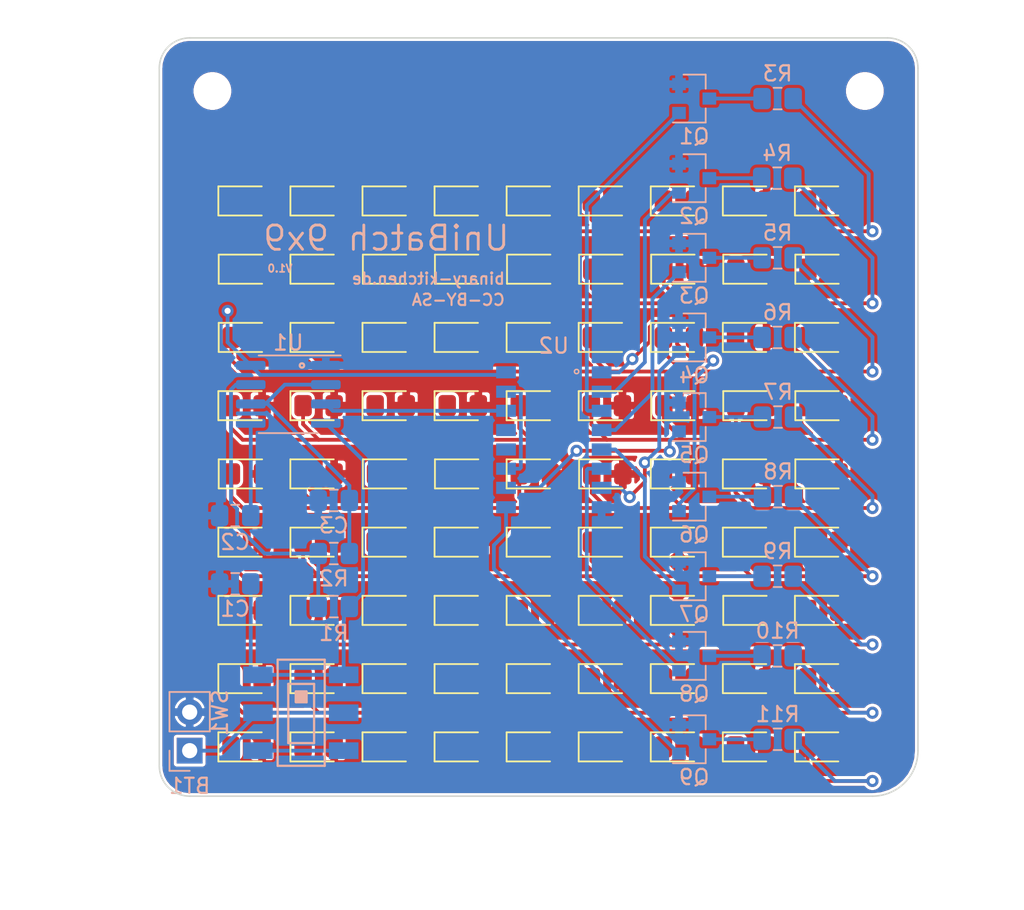
<source format=kicad_pcb>
(kicad_pcb (version 20171130) (host pcbnew 5.1.6)
  (layers (0 F.Cu signal) (31 B.Cu signal) (34 B.Paste user) (35 F.Paste user) (36 B.SilkS user) (37 F.SilkS user) (38 B.Mask user) (39 F.Mask user) (44 Edge.Cuts user))
  (net 0 "")
  (net 1 GND)
  (net 2 +3V3)
  (net 3 VS)
  (net 4 "Net-(C2-Pad1)")
  (net 5 "Net-(C3-Pad2)")
  (net 6 "Net-(D1-Pad1)")
  (net 7 "Net-(D10-Pad1)")
  (net 8 "Net-(D19-Pad1)")
  (net 9 "Net-(D28-Pad1)")
  (net 10 "Net-(D37-Pad1)")
  (net 11 "Net-(D46-Pad1)")
  (net 12 "Net-(D55-Pad1)")
  (net 13 "Net-(D64-Pad1)")
  (net 14 "Net-(D73-Pad1)")
  (net 15 "Net-(Q1-Pad3)")
  (net 16 "Net-(Q1-Pad1)")
  (net 17 "Net-(Q2-Pad3)")
  (net 18 "Net-(Q2-Pad1)")
  (net 19 "Net-(Q3-Pad3)")
  (net 20 "Net-(Q3-Pad1)")
  (net 21 "Net-(Q4-Pad3)")
  (net 22 "Net-(Q4-Pad1)")
  (net 23 "Net-(Q5-Pad3)")
  (net 24 "Net-(Q5-Pad1)")
  (net 25 "Net-(Q6-Pad3)")
  (net 26 "Net-(Q6-Pad1)")
  (net 27 "Net-(Q7-Pad3)")
  (net 28 "Net-(Q7-Pad1)")
  (net 29 "Net-(Q8-Pad3)")
  (net 30 "Net-(Q8-Pad1)")
  (net 31 "Net-(Q9-Pad3)")
  (net 32 "Net-(Q9-Pad1)")
  (net 33 "Net-(R1-Pad2)")
  (net 34 "Net-(SW1-Pad3)")
  (net 35 "Net-(U1-Pad3)")
  (net 36 "Net-(U2-Pad11)")
  (net 37 "Net-(U2-Pad13)")
  (net 38 "Net-(U2-Pad12)")
  (module SMD-Challange:kitchen_head (layer B.Cu) (at 18.5 44.5 180)
    (fp_text reference G*** hide)
    (fp_text value kitchen_head hide)
  )
  (module unibatch:vvoidcamp-logo (layer F.Cu) (at 15 11)
    (fp_text reference Ref** hide)
    (fp_text value Val** hide)
  )
  (module unibatch:vvoidcamp-schriftzug (layer F.Cu) (at 23 25.5)
    (fp_text reference Ref** hide)
    (fp_text value Val** hide)
  )
  (module unibatch:SOP-16_4.4x10.4mm_P1.27mm_simple_drawing (layer B.Cu) (at 26 26.5 180)
    (fp_text reference U2 (at 0 6.2) (layer B.SilkS) (effects (justify mirror)))
    (fp_text value 4017)
    (pad 16 smd rect (at 3.15 4.45 180) (size 1.3 0.8) (layers B.Cu B.Paste B.Mask) (net 3 VS))
    (pad 15 smd rect (at 3.15 3.17 180) (size 1.3 0.8) (layers B.Cu B.Paste B.Mask) (net 36 "Net-(U2-Pad11)"))
    (pad 14 smd rect (at 3.15 1.91 180) (size 1.3 0.8) (layers B.Cu B.Paste B.Mask) (net 35 "Net-(U1-Pad3)"))
    (pad 13 smd rect (at 3.15 0.64 180) (size 1.3 0.8) (layers B.Cu B.Paste B.Mask) (net 37 "Net-(U2-Pad13)"))
    (pad 12 smd rect (at 3.15 -0.64 180) (size 1.3 0.8) (layers B.Cu B.Paste B.Mask) (net 38 "Net-(U2-Pad12)"))
    (pad 11 smd rect (at 3.15 -1.91 180) (size 1.3 0.8) (layers B.Cu B.Paste B.Mask) (net 36 "Net-(U2-Pad11)"))
    (pad 10 smd rect (at 3.15 -3.17 180) (size 1.3 0.8) (layers B.Cu B.Paste B.Mask) (net 24 "Net-(Q5-Pad1)"))
    (pad 9 smd rect (at 3.15 -4.45 180) (size 1.3 0.8) (layers B.Cu B.Paste B.Mask) (net 32 "Net-(Q9-Pad1)"))
    (pad 8 smd rect (at -3.15 -4.45 180) (size 1.3 0.8) (layers B.Cu B.Paste B.Mask) (net 1 GND))
    (pad 7 smd rect (at -3.15 -3.17 180) (size 1.3 0.8) (layers B.Cu B.Paste B.Mask) (net 22 "Net-(Q4-Pad1)"))
    (pad 6 smd rect (at -3.15 -1.91 180) (size 1.3 0.8) (layers B.Cu B.Paste B.Mask) (net 30 "Net-(Q8-Pad1)"))
    (pad 5 smd rect (at -3.15 -0.64 180) (size 1.3 0.8) (layers B.Cu B.Paste B.Mask) (net 28 "Net-(Q7-Pad1)"))
    (pad 4 smd rect (at -3.15 0.64 180) (size 1.3 0.8) (layers B.Cu B.Paste B.Mask) (net 20 "Net-(Q3-Pad1)"))
    (pad 3 smd rect (at -3.15 1.91 180) (size 1.3 0.8) (layers B.Cu B.Paste B.Mask) (net 16 "Net-(Q1-Pad1)"))
    (pad 2 smd rect (at -3.15 3.17 180) (size 1.3 0.8) (layers B.Cu B.Paste B.Mask) (net 18 "Net-(Q2-Pad1)"))
    (pad 1 smd rect (at -3.15 4.45 180) (size 1.3 0.8) (layers B.Cu B.Paste B.Mask) (net 26 "Net-(Q6-Pad1)"))
  )
  (module LED_SMD:LED_0805_2012Metric_Pad1.15x1.40mm_HandSolder (layer F.Cu) (at 29.525 15.25)
    (fp_text reference D15 hide)
    (fp_text value "0805 LED Red")
    (pad 2 smd roundrect (at 1.025 0) (size 1.15 1.4) (layers F.Cu F.Paste F.Mask) (roundrect_rratio 0.217391) (net 3 VS))
    (pad 1 smd roundrect (at -1.025 0) (size 1.15 1.4) (layers F.Cu F.Paste F.Mask) (roundrect_rratio 0.217391) (net 7 "Net-(D10-Pad1)"))
  )
  (module Package_SO:SOIC-8_3.9x4.9mm_P1.27mm (layer B.Cu) (at 8.5 23.5 180)
    (fp_text reference U1 (at 0 3.4) (layer B.SilkS) (effects (justify mirror)))
    (fp_text value NE555D)
    (pad 8 smd roundrect (at 2.475 1.905 180) (size 1.95 0.6) (layers B.Cu B.Paste B.Mask) (net 3 VS))
    (pad 7 smd roundrect (at 2.475 0.635 180) (size 1.95 0.6) (layers B.Cu B.Paste B.Mask) (net 33 "Net-(R1-Pad2)"))
    (pad 6 smd roundrect (at 2.475 -0.635 180) (size 1.95 0.6) (layers B.Cu B.Paste B.Mask) (net 5 "Net-(C3-Pad2)"))
    (pad 5 smd roundrect (at 2.475 -1.905 180) (size 1.95 0.6) (layers B.Cu B.Paste B.Mask) (net 4 "Net-(C2-Pad1)"))
    (pad 4 smd roundrect (at -2.475 -1.905 180) (size 1.95 0.6) (layers B.Cu B.Paste B.Mask) (net 3 VS))
    (pad 3 smd roundrect (at -2.475 -0.635 180) (size 1.95 0.6) (layers B.Cu B.Paste B.Mask) (net 35 "Net-(U1-Pad3)"))
    (pad 2 smd roundrect (at -2.475 0.635 180) (size 1.95 0.6) (layers B.Cu B.Paste B.Mask) (net 5 "Net-(C3-Pad2)"))
    (pad 1 smd roundrect (at -2.475 1.905 180) (size 1.95 0.6) (layers B.Cu B.Paste B.Mask) (net 1 GND))
  )
  (module unibatch:smd_switch_slide (layer B.Cu) (at 6.5 42 270)
    (fp_text reference SW1 (at 2.5 2.5 90) (layer B.SilkS) (effects (justify mirror)))
    (fp_text value SW_DPDT_x2)
    (pad 2 smd rect (at 2.5 -5.65 270) (size 1.1 1.95) (layers B.Cu B.Paste B.Mask) (net 2 +3V3))
    (pad 1 smd rect (at 0 -5.65 270) (size 1.1 1.95) (layers B.Cu B.Paste B.Mask) (net 3 VS))
    (pad 3 smd rect (at 5 -5.65 270) (size 1.1 1.95) (layers B.Cu B.Paste B.Mask) (net 34 "Net-(SW1-Pad3)"))
    (pad 3 smd rect (at 5 0 270) (size 1.1 1.95) (layers B.Cu B.Paste B.Mask) (net 34 "Net-(SW1-Pad3)"))
    (pad 2 smd rect (at 2.5 0 270) (size 1.1 1.95) (layers B.Cu B.Paste B.Mask) (net 2 +3V3))
    (pad 1 smd rect (at 0 0 270) (size 1.1 1.95) (layers B.Cu B.Paste B.Mask) (net 3 VS))
  )
  (module MountingHole:MountingHole_2.1mm (layer F.Cu) (at 3.5 3.5)
    (fp_text reference REF** hide)
    (fp_text value MountingHole_2.1mm)
    (pad "" np_thru_hole circle (at 0 0) (size 2.1 2.1) (drill 2.1) (layers *.Cu *.Mask))
  )
  (module MountingHole:MountingHole_2.1mm (layer F.Cu) (at 46.5 3.5)
    (fp_text reference REF** hide)
    (fp_text value MountingHole_2.1mm)
    (pad "" np_thru_hole circle (at 0 0) (size 2.1 2.1) (drill 2.1) (layers *.Cu *.Mask))
  )
  (module Resistor_SMD:R_0805_2012Metric_Pad1.15x1.40mm_HandSolder (layer B.Cu) (at 40.75 46.25 180)
    (fp_text reference R11 (at 0 1.65) (layer B.SilkS) (effects (justify mirror)))
    (fp_text value R)
    (pad 2 smd roundrect (at 1.025 0 180) (size 1.15 1.4) (layers B.Cu B.Paste B.Mask) (roundrect_rratio 0.217391) (net 31 "Net-(Q9-Pad3)"))
    (pad 1 smd roundrect (at -1.025 0 180) (size 1.15 1.4) (layers B.Cu B.Paste B.Mask) (roundrect_rratio 0.217391) (net 14 "Net-(D73-Pad1)"))
  )
  (module Resistor_SMD:R_0805_2012Metric_Pad1.15x1.40mm_HandSolder (layer B.Cu) (at 40.75 40.75 180)
    (fp_text reference R10 (at 0 1.65) (layer B.SilkS) (effects (justify mirror)))
    (fp_text value R)
    (pad 2 smd roundrect (at 1.025 0 180) (size 1.15 1.4) (layers B.Cu B.Paste B.Mask) (roundrect_rratio 0.217391) (net 29 "Net-(Q8-Pad3)"))
    (pad 1 smd roundrect (at -1.025 0 180) (size 1.15 1.4) (layers B.Cu B.Paste B.Mask) (roundrect_rratio 0.217391) (net 13 "Net-(D64-Pad1)"))
  )
  (module Resistor_SMD:R_0805_2012Metric_Pad1.15x1.40mm_HandSolder (layer B.Cu) (at 40.75 35.5 180)
    (fp_text reference R9 (at 0 1.65) (layer B.SilkS) (effects (justify mirror)))
    (fp_text value R)
    (pad 2 smd roundrect (at 1.025 0 180) (size 1.15 1.4) (layers B.Cu B.Paste B.Mask) (roundrect_rratio 0.217391) (net 27 "Net-(Q7-Pad3)"))
    (pad 1 smd roundrect (at -1.025 0 180) (size 1.15 1.4) (layers B.Cu B.Paste B.Mask) (roundrect_rratio 0.217391) (net 12 "Net-(D55-Pad1)"))
  )
  (module Resistor_SMD:R_0805_2012Metric_Pad1.15x1.40mm_HandSolder (layer B.Cu) (at 40.775 30.25 180)
    (fp_text reference R8 (at 0 1.65) (layer B.SilkS) (effects (justify mirror)))
    (fp_text value R)
    (pad 2 smd roundrect (at 1.025 0 180) (size 1.15 1.4) (layers B.Cu B.Paste B.Mask) (roundrect_rratio 0.217391) (net 25 "Net-(Q6-Pad3)"))
    (pad 1 smd roundrect (at -1.025 0 180) (size 1.15 1.4) (layers B.Cu B.Paste B.Mask) (roundrect_rratio 0.217391) (net 11 "Net-(D46-Pad1)"))
  )
  (module Resistor_SMD:R_0805_2012Metric_Pad1.15x1.40mm_HandSolder (layer B.Cu) (at 40.775 25 180)
    (fp_text reference R7 (at 0 1.65) (layer B.SilkS) (effects (justify mirror)))
    (fp_text value R)
    (pad 2 smd roundrect (at 1.025 0 180) (size 1.15 1.4) (layers B.Cu B.Paste B.Mask) (roundrect_rratio 0.217391) (net 23 "Net-(Q5-Pad3)"))
    (pad 1 smd roundrect (at -1.025 0 180) (size 1.15 1.4) (layers B.Cu B.Paste B.Mask) (roundrect_rratio 0.217391) (net 10 "Net-(D37-Pad1)"))
  )
  (module Resistor_SMD:R_0805_2012Metric_Pad1.15x1.40mm_HandSolder (layer B.Cu) (at 40.75 19.75 180)
    (fp_text reference R6 (at 0 1.65) (layer B.SilkS) (effects (justify mirror)))
    (fp_text value R)
    (pad 2 smd roundrect (at 1.025 0 180) (size 1.15 1.4) (layers B.Cu B.Paste B.Mask) (roundrect_rratio 0.217391) (net 21 "Net-(Q4-Pad3)"))
    (pad 1 smd roundrect (at -1.025 0 180) (size 1.15 1.4) (layers B.Cu B.Paste B.Mask) (roundrect_rratio 0.217391) (net 9 "Net-(D28-Pad1)"))
  )
  (module Resistor_SMD:R_0805_2012Metric_Pad1.15x1.40mm_HandSolder (layer B.Cu) (at 40.75 14.5 180)
    (fp_text reference R5 (at 0 1.65) (layer B.SilkS) (effects (justify mirror)))
    (fp_text value R)
    (pad 2 smd roundrect (at 1.025 0 180) (size 1.15 1.4) (layers B.Cu B.Paste B.Mask) (roundrect_rratio 0.217391) (net 19 "Net-(Q3-Pad3)"))
    (pad 1 smd roundrect (at -1.025 0 180) (size 1.15 1.4) (layers B.Cu B.Paste B.Mask) (roundrect_rratio 0.217391) (net 8 "Net-(D19-Pad1)"))
  )
  (module Resistor_SMD:R_0805_2012Metric_Pad1.15x1.40mm_HandSolder (layer B.Cu) (at 40.725 9.25 180)
    (fp_text reference R4 (at 0 1.65) (layer B.SilkS) (effects (justify mirror)))
    (fp_text value R)
    (pad 2 smd roundrect (at 1.025 0 180) (size 1.15 1.4) (layers B.Cu B.Paste B.Mask) (roundrect_rratio 0.217391) (net 17 "Net-(Q2-Pad3)"))
    (pad 1 smd roundrect (at -1.025 0 180) (size 1.15 1.4) (layers B.Cu B.Paste B.Mask) (roundrect_rratio 0.217391) (net 7 "Net-(D10-Pad1)"))
  )
  (module Resistor_SMD:R_0805_2012Metric_Pad1.15x1.40mm_HandSolder (layer B.Cu) (at 40.75 4 180)
    (fp_text reference R3 (at 0 1.65) (layer B.SilkS) (effects (justify mirror)))
    (fp_text value R)
    (pad 2 smd roundrect (at 1.025 0 180) (size 1.15 1.4) (layers B.Cu B.Paste B.Mask) (roundrect_rratio 0.217391) (net 15 "Net-(Q1-Pad3)"))
    (pad 1 smd roundrect (at -1.025 0 180) (size 1.15 1.4) (layers B.Cu B.Paste B.Mask) (roundrect_rratio 0.217391) (net 6 "Net-(D1-Pad1)"))
  )
  (module Resistor_SMD:R_0805_2012Metric_Pad1.15x1.40mm_HandSolder (layer B.Cu) (at 11.5 34)
    (fp_text reference R2 (at 0 1.65) (layer B.SilkS) (effects (justify mirror)))
    (fp_text value "100k Ohm")
    (pad 2 smd roundrect (at 1.025 0) (size 1.15 1.4) (layers B.Cu B.Paste B.Mask) (roundrect_rratio 0.217391) (net 5 "Net-(C3-Pad2)"))
    (pad 1 smd roundrect (at -1.025 0) (size 1.15 1.4) (layers B.Cu B.Paste B.Mask) (roundrect_rratio 0.217391) (net 33 "Net-(R1-Pad2)"))
  )
  (module Resistor_SMD:R_0805_2012Metric_Pad1.15x1.40mm_HandSolder (layer B.Cu) (at 11.5 37.5 180)
    (fp_text reference R1 (at 0 -1.75) (layer B.SilkS) (effects (justify mirror)))
    (fp_text value "100k Ohm")
    (pad 2 smd roundrect (at 1.025 0 180) (size 1.15 1.4) (layers B.Cu B.Paste B.Mask) (roundrect_rratio 0.217391) (net 33 "Net-(R1-Pad2)"))
    (pad 1 smd roundrect (at -1.025 0 180) (size 1.15 1.4) (layers B.Cu B.Paste B.Mask) (roundrect_rratio 0.217391) (net 3 VS))
  )
  (module Package_TO_SOT_SMD:SOT-23 (layer B.Cu) (at 35.25 46.25)
    (fp_text reference Q9 (at 0 2.5) (layer B.SilkS) (effects (justify mirror)))
    (fp_text value 2N7002)
    (pad 3 smd rect (at 1 0) (size 0.9 0.8) (layers B.Cu B.Paste B.Mask) (net 31 "Net-(Q9-Pad3)"))
    (pad 2 smd rect (at -1 -0.95) (size 0.9 0.8) (layers B.Cu B.Paste B.Mask) (net 1 GND))
    (pad 1 smd rect (at -1 0.95) (size 0.9 0.8) (layers B.Cu B.Paste B.Mask) (net 32 "Net-(Q9-Pad1)"))
  )
  (module Package_TO_SOT_SMD:SOT-23 (layer B.Cu) (at 35.25 40.75)
    (fp_text reference Q8 (at 0 2.5) (layer B.SilkS) (effects (justify mirror)))
    (fp_text value 2N7002)
    (pad 3 smd rect (at 1 0) (size 0.9 0.8) (layers B.Cu B.Paste B.Mask) (net 29 "Net-(Q8-Pad3)"))
    (pad 2 smd rect (at -1 -0.95) (size 0.9 0.8) (layers B.Cu B.Paste B.Mask) (net 1 GND))
    (pad 1 smd rect (at -1 0.95) (size 0.9 0.8) (layers B.Cu B.Paste B.Mask) (net 30 "Net-(Q8-Pad1)"))
  )
  (module Package_TO_SOT_SMD:SOT-23 (layer B.Cu) (at 35.25 35.5)
    (fp_text reference Q7 (at 0 2.5) (layer B.SilkS) (effects (justify mirror)))
    (fp_text value 2N7002)
    (pad 3 smd rect (at 1 0) (size 0.9 0.8) (layers B.Cu B.Paste B.Mask) (net 27 "Net-(Q7-Pad3)"))
    (pad 2 smd rect (at -1 -0.95) (size 0.9 0.8) (layers B.Cu B.Paste B.Mask) (net 1 GND))
    (pad 1 smd rect (at -1 0.95) (size 0.9 0.8) (layers B.Cu B.Paste B.Mask) (net 28 "Net-(Q7-Pad1)"))
  )
  (module Package_TO_SOT_SMD:SOT-23 (layer B.Cu) (at 35.25 30.25)
    (fp_text reference Q6 (at 0 2.5) (layer B.SilkS) (effects (justify mirror)))
    (fp_text value 2N7002)
    (pad 3 smd rect (at 1 0) (size 0.9 0.8) (layers B.Cu B.Paste B.Mask) (net 25 "Net-(Q6-Pad3)"))
    (pad 2 smd rect (at -1 -0.95) (size 0.9 0.8) (layers B.Cu B.Paste B.Mask) (net 1 GND))
    (pad 1 smd rect (at -1 0.95) (size 0.9 0.8) (layers B.Cu B.Paste B.Mask) (net 26 "Net-(Q6-Pad1)"))
  )
  (module Package_TO_SOT_SMD:SOT-23 (layer B.Cu) (at 35.25 25)
    (fp_text reference Q5 (at 0 2.5) (layer B.SilkS) (effects (justify mirror)))
    (fp_text value 2N7002)
    (pad 3 smd rect (at 1 0) (size 0.9 0.8) (layers B.Cu B.Paste B.Mask) (net 23 "Net-(Q5-Pad3)"))
    (pad 2 smd rect (at -1 -0.95) (size 0.9 0.8) (layers B.Cu B.Paste B.Mask) (net 1 GND))
    (pad 1 smd rect (at -1 0.95) (size 0.9 0.8) (layers B.Cu B.Paste B.Mask) (net 24 "Net-(Q5-Pad1)"))
  )
  (module Package_TO_SOT_SMD:SOT-23 (layer B.Cu) (at 35.25 19.75)
    (fp_text reference Q4 (at 0 2.5) (layer B.SilkS) (effects (justify mirror)))
    (fp_text value 2N7002)
    (pad 3 smd rect (at 1 0) (size 0.9 0.8) (layers B.Cu B.Paste B.Mask) (net 21 "Net-(Q4-Pad3)"))
    (pad 2 smd rect (at -1 -0.95) (size 0.9 0.8) (layers B.Cu B.Paste B.Mask) (net 1 GND))
    (pad 1 smd rect (at -1 0.95) (size 0.9 0.8) (layers B.Cu B.Paste B.Mask) (net 22 "Net-(Q4-Pad1)"))
  )
  (module Package_TO_SOT_SMD:SOT-23 (layer B.Cu) (at 35.25 14.5)
    (fp_text reference Q3 (at 0 2.5) (layer B.SilkS) (effects (justify mirror)))
    (fp_text value 2N7002)
    (pad 3 smd rect (at 1 0) (size 0.9 0.8) (layers B.Cu B.Paste B.Mask) (net 19 "Net-(Q3-Pad3)"))
    (pad 2 smd rect (at -1 -0.95) (size 0.9 0.8) (layers B.Cu B.Paste B.Mask) (net 1 GND))
    (pad 1 smd rect (at -1 0.95) (size 0.9 0.8) (layers B.Cu B.Paste B.Mask) (net 20 "Net-(Q3-Pad1)"))
  )
  (module Package_TO_SOT_SMD:SOT-23 (layer B.Cu) (at 35.25 9.25)
    (fp_text reference Q2 (at 0 2.5) (layer B.SilkS) (effects (justify mirror)))
    (fp_text value 2N7002)
    (pad 3 smd rect (at 1 0) (size 0.9 0.8) (layers B.Cu B.Paste B.Mask) (net 17 "Net-(Q2-Pad3)"))
    (pad 2 smd rect (at -1 -0.95) (size 0.9 0.8) (layers B.Cu B.Paste B.Mask) (net 1 GND))
    (pad 1 smd rect (at -1 0.95) (size 0.9 0.8) (layers B.Cu B.Paste B.Mask) (net 18 "Net-(Q2-Pad1)"))
  )
  (module Package_TO_SOT_SMD:SOT-23 (layer B.Cu) (at 35.25 4)
    (fp_text reference Q1 (at 0 2.5) (layer B.SilkS) (effects (justify mirror)))
    (fp_text value 2N7002)
    (pad 3 smd rect (at 1 0) (size 0.9 0.8) (layers B.Cu B.Paste B.Mask) (net 15 "Net-(Q1-Pad3)"))
    (pad 2 smd rect (at -1 -0.95) (size 0.9 0.8) (layers B.Cu B.Paste B.Mask) (net 1 GND))
    (pad 1 smd rect (at -1 0.95) (size 0.9 0.8) (layers B.Cu B.Paste B.Mask) (net 16 "Net-(Q1-Pad1)"))
  )
  (module LED_SMD:LED_0805_2012Metric_Pad1.15x1.40mm_HandSolder (layer F.Cu) (at 43.75 46.75)
    (fp_text reference D81 hide)
    (fp_text value "0805 LED Red")
    (pad 2 smd roundrect (at 1.025 0) (size 1.15 1.4) (layers F.Cu F.Paste F.Mask) (roundrect_rratio 0.217391) (net 3 VS))
    (pad 1 smd roundrect (at -1.025 0) (size 1.15 1.4) (layers F.Cu F.Paste F.Mask) (roundrect_rratio 0.217391) (net 14 "Net-(D73-Pad1)"))
  )
  (module LED_SMD:LED_0805_2012Metric_Pad1.15x1.40mm_HandSolder (layer F.Cu) (at 39 46.75)
    (fp_text reference D80 hide)
    (fp_text value "0805 LED Red")
    (pad 2 smd roundrect (at 1.025 0) (size 1.15 1.4) (layers F.Cu F.Paste F.Mask) (roundrect_rratio 0.217391) (net 3 VS))
    (pad 1 smd roundrect (at -1.025 0) (size 1.15 1.4) (layers F.Cu F.Paste F.Mask) (roundrect_rratio 0.217391) (net 14 "Net-(D73-Pad1)"))
  )
  (module LED_SMD:LED_0805_2012Metric_Pad1.15x1.40mm_HandSolder (layer F.Cu) (at 34.25 46.75)
    (fp_text reference D79 hide)
    (fp_text value "0805 LED Red")
    (pad 2 smd roundrect (at 1.025 0) (size 1.15 1.4) (layers F.Cu F.Paste F.Mask) (roundrect_rratio 0.217391) (net 3 VS))
    (pad 1 smd roundrect (at -1.025 0) (size 1.15 1.4) (layers F.Cu F.Paste F.Mask) (roundrect_rratio 0.217391) (net 14 "Net-(D73-Pad1)"))
  )
  (module LED_SMD:LED_0805_2012Metric_Pad1.15x1.40mm_HandSolder (layer F.Cu) (at 29.5 46.75)
    (fp_text reference D78 hide)
    (fp_text value "0805 LED Red")
    (pad 2 smd roundrect (at 1.025 0) (size 1.15 1.4) (layers F.Cu F.Paste F.Mask) (roundrect_rratio 0.217391) (net 3 VS))
    (pad 1 smd roundrect (at -1.025 0) (size 1.15 1.4) (layers F.Cu F.Paste F.Mask) (roundrect_rratio 0.217391) (net 14 "Net-(D73-Pad1)"))
  )
  (module LED_SMD:LED_0805_2012Metric_Pad1.15x1.40mm_HandSolder (layer F.Cu) (at 24.75 46.75)
    (fp_text reference D77 hide)
    (fp_text value "0805 LED Red")
    (pad 2 smd roundrect (at 1.025 0) (size 1.15 1.4) (layers F.Cu F.Paste F.Mask) (roundrect_rratio 0.217391) (net 3 VS))
    (pad 1 smd roundrect (at -1.025 0) (size 1.15 1.4) (layers F.Cu F.Paste F.Mask) (roundrect_rratio 0.217391) (net 14 "Net-(D73-Pad1)"))
  )
  (module LED_SMD:LED_0805_2012Metric_Pad1.15x1.40mm_HandSolder (layer F.Cu) (at 20 46.75)
    (fp_text reference D76 hide)
    (fp_text value "0805 LED Red")
    (pad 2 smd roundrect (at 1.025 0) (size 1.15 1.4) (layers F.Cu F.Paste F.Mask) (roundrect_rratio 0.217391) (net 3 VS))
    (pad 1 smd roundrect (at -1.025 0) (size 1.15 1.4) (layers F.Cu F.Paste F.Mask) (roundrect_rratio 0.217391) (net 14 "Net-(D73-Pad1)"))
  )
  (module LED_SMD:LED_0805_2012Metric_Pad1.15x1.40mm_HandSolder (layer F.Cu) (at 15.25 46.75)
    (fp_text reference D75 hide)
    (fp_text value "0805 LED Red")
    (pad 2 smd roundrect (at 1.025 0) (size 1.15 1.4) (layers F.Cu F.Paste F.Mask) (roundrect_rratio 0.217391) (net 3 VS))
    (pad 1 smd roundrect (at -1.025 0) (size 1.15 1.4) (layers F.Cu F.Paste F.Mask) (roundrect_rratio 0.217391) (net 14 "Net-(D73-Pad1)"))
  )
  (module LED_SMD:LED_0805_2012Metric_Pad1.15x1.40mm_HandSolder (layer F.Cu) (at 10.5 46.75)
    (fp_text reference D74 hide)
    (fp_text value "0805 LED Red")
    (pad 2 smd roundrect (at 1.025 0) (size 1.15 1.4) (layers F.Cu F.Paste F.Mask) (roundrect_rratio 0.217391) (net 3 VS))
    (pad 1 smd roundrect (at -1.025 0) (size 1.15 1.4) (layers F.Cu F.Paste F.Mask) (roundrect_rratio 0.217391) (net 14 "Net-(D73-Pad1)"))
  )
  (module LED_SMD:LED_0805_2012Metric_Pad1.15x1.40mm_HandSolder (layer F.Cu) (at 5.75 46.75)
    (fp_text reference D73 hide)
    (fp_text value "0805 LED Red")
    (pad 2 smd roundrect (at 1.025 0) (size 1.15 1.4) (layers F.Cu F.Paste F.Mask) (roundrect_rratio 0.217391) (net 3 VS))
    (pad 1 smd roundrect (at -1.025 0) (size 1.15 1.4) (layers F.Cu F.Paste F.Mask) (roundrect_rratio 0.217391) (net 14 "Net-(D73-Pad1)"))
  )
  (module LED_SMD:LED_0805_2012Metric_Pad1.15x1.40mm_HandSolder (layer F.Cu) (at 43.75 42.25)
    (fp_text reference D72 hide)
    (fp_text value "0805 LED Red")
    (pad 2 smd roundrect (at 1.025 0) (size 1.15 1.4) (layers F.Cu F.Paste F.Mask) (roundrect_rratio 0.217391) (net 3 VS))
    (pad 1 smd roundrect (at -1.025 0) (size 1.15 1.4) (layers F.Cu F.Paste F.Mask) (roundrect_rratio 0.217391) (net 13 "Net-(D64-Pad1)"))
  )
  (module LED_SMD:LED_0805_2012Metric_Pad1.15x1.40mm_HandSolder (layer F.Cu) (at 39 42.25)
    (fp_text reference D71 hide)
    (fp_text value "0805 LED Red")
    (pad 2 smd roundrect (at 1.025 0) (size 1.15 1.4) (layers F.Cu F.Paste F.Mask) (roundrect_rratio 0.217391) (net 3 VS))
    (pad 1 smd roundrect (at -1.025 0) (size 1.15 1.4) (layers F.Cu F.Paste F.Mask) (roundrect_rratio 0.217391) (net 13 "Net-(D64-Pad1)"))
  )
  (module LED_SMD:LED_0805_2012Metric_Pad1.15x1.40mm_HandSolder (layer F.Cu) (at 34.25 42.25)
    (fp_text reference D70 hide)
    (fp_text value "0805 LED Red")
    (pad 2 smd roundrect (at 1.025 0) (size 1.15 1.4) (layers F.Cu F.Paste F.Mask) (roundrect_rratio 0.217391) (net 3 VS))
    (pad 1 smd roundrect (at -1.025 0) (size 1.15 1.4) (layers F.Cu F.Paste F.Mask) (roundrect_rratio 0.217391) (net 13 "Net-(D64-Pad1)"))
  )
  (module LED_SMD:LED_0805_2012Metric_Pad1.15x1.40mm_HandSolder (layer F.Cu) (at 29.5 42.25)
    (fp_text reference D69 hide)
    (fp_text value "0805 LED Red")
    (pad 2 smd roundrect (at 1.025 0) (size 1.15 1.4) (layers F.Cu F.Paste F.Mask) (roundrect_rratio 0.217391) (net 3 VS))
    (pad 1 smd roundrect (at -1.025 0) (size 1.15 1.4) (layers F.Cu F.Paste F.Mask) (roundrect_rratio 0.217391) (net 13 "Net-(D64-Pad1)"))
  )
  (module LED_SMD:LED_0805_2012Metric_Pad1.15x1.40mm_HandSolder (layer F.Cu) (at 24.75 42.25)
    (fp_text reference D68 hide)
    (fp_text value "0805 LED Red")
    (pad 2 smd roundrect (at 1.025 0) (size 1.15 1.4) (layers F.Cu F.Paste F.Mask) (roundrect_rratio 0.217391) (net 3 VS))
    (pad 1 smd roundrect (at -1.025 0) (size 1.15 1.4) (layers F.Cu F.Paste F.Mask) (roundrect_rratio 0.217391) (net 13 "Net-(D64-Pad1)"))
  )
  (module LED_SMD:LED_0805_2012Metric_Pad1.15x1.40mm_HandSolder (layer F.Cu) (at 20 42.25)
    (fp_text reference D67 hide)
    (fp_text value "0805 LED Red")
    (pad 2 smd roundrect (at 1.025 0) (size 1.15 1.4) (layers F.Cu F.Paste F.Mask) (roundrect_rratio 0.217391) (net 3 VS))
    (pad 1 smd roundrect (at -1.025 0) (size 1.15 1.4) (layers F.Cu F.Paste F.Mask) (roundrect_rratio 0.217391) (net 13 "Net-(D64-Pad1)"))
  )
  (module LED_SMD:LED_0805_2012Metric_Pad1.15x1.40mm_HandSolder (layer F.Cu) (at 15.25 42.25)
    (fp_text reference D66 hide)
    (fp_text value "0805 LED Red")
    (pad 2 smd roundrect (at 1.025 0) (size 1.15 1.4) (layers F.Cu F.Paste F.Mask) (roundrect_rratio 0.217391) (net 3 VS))
    (pad 1 smd roundrect (at -1.025 0) (size 1.15 1.4) (layers F.Cu F.Paste F.Mask) (roundrect_rratio 0.217391) (net 13 "Net-(D64-Pad1)"))
  )
  (module LED_SMD:LED_0805_2012Metric_Pad1.15x1.40mm_HandSolder (layer F.Cu) (at 10.5 42.25)
    (fp_text reference D65 hide)
    (fp_text value "0805 LED Red")
    (pad 2 smd roundrect (at 1.025 0) (size 1.15 1.4) (layers F.Cu F.Paste F.Mask) (roundrect_rratio 0.217391) (net 3 VS))
    (pad 1 smd roundrect (at -1.025 0) (size 1.15 1.4) (layers F.Cu F.Paste F.Mask) (roundrect_rratio 0.217391) (net 13 "Net-(D64-Pad1)"))
  )
  (module LED_SMD:LED_0805_2012Metric_Pad1.15x1.40mm_HandSolder (layer F.Cu) (at 5.75 42.25)
    (fp_text reference D64 hide)
    (fp_text value "0805 LED Red")
    (pad 2 smd roundrect (at 1.025 0) (size 1.15 1.4) (layers F.Cu F.Paste F.Mask) (roundrect_rratio 0.217391) (net 3 VS))
    (pad 1 smd roundrect (at -1.025 0) (size 1.15 1.4) (layers F.Cu F.Paste F.Mask) (roundrect_rratio 0.217391) (net 13 "Net-(D64-Pad1)"))
  )
  (module LED_SMD:LED_0805_2012Metric_Pad1.15x1.40mm_HandSolder (layer F.Cu) (at 43.75 37.75)
    (fp_text reference D63 hide)
    (fp_text value "0805 LED Red")
    (pad 2 smd roundrect (at 1.025 0) (size 1.15 1.4) (layers F.Cu F.Paste F.Mask) (roundrect_rratio 0.217391) (net 3 VS))
    (pad 1 smd roundrect (at -1.025 0) (size 1.15 1.4) (layers F.Cu F.Paste F.Mask) (roundrect_rratio 0.217391) (net 12 "Net-(D55-Pad1)"))
  )
  (module LED_SMD:LED_0805_2012Metric_Pad1.15x1.40mm_HandSolder (layer F.Cu) (at 39.025 37.75)
    (fp_text reference D62 hide)
    (fp_text value "0805 LED Red")
    (pad 2 smd roundrect (at 1.025 0) (size 1.15 1.4) (layers F.Cu F.Paste F.Mask) (roundrect_rratio 0.217391) (net 3 VS))
    (pad 1 smd roundrect (at -1.025 0) (size 1.15 1.4) (layers F.Cu F.Paste F.Mask) (roundrect_rratio 0.217391) (net 12 "Net-(D55-Pad1)"))
  )
  (module LED_SMD:LED_0805_2012Metric_Pad1.15x1.40mm_HandSolder (layer F.Cu) (at 34.25 37.75)
    (fp_text reference D61 hide)
    (fp_text value "0805 LED Red")
    (pad 2 smd roundrect (at 1.025 0) (size 1.15 1.4) (layers F.Cu F.Paste F.Mask) (roundrect_rratio 0.217391) (net 3 VS))
    (pad 1 smd roundrect (at -1.025 0) (size 1.15 1.4) (layers F.Cu F.Paste F.Mask) (roundrect_rratio 0.217391) (net 12 "Net-(D55-Pad1)"))
  )
  (module LED_SMD:LED_0805_2012Metric_Pad1.15x1.40mm_HandSolder (layer F.Cu) (at 29.5 37.75)
    (fp_text reference D60 hide)
    (fp_text value "0805 LED Red")
    (pad 2 smd roundrect (at 1.025 0) (size 1.15 1.4) (layers F.Cu F.Paste F.Mask) (roundrect_rratio 0.217391) (net 3 VS))
    (pad 1 smd roundrect (at -1.025 0) (size 1.15 1.4) (layers F.Cu F.Paste F.Mask) (roundrect_rratio 0.217391) (net 12 "Net-(D55-Pad1)"))
  )
  (module LED_SMD:LED_0805_2012Metric_Pad1.15x1.40mm_HandSolder (layer F.Cu) (at 24.75 37.75)
    (fp_text reference D59 hide)
    (fp_text value "0805 LED Red")
    (pad 2 smd roundrect (at 1.025 0) (size 1.15 1.4) (layers F.Cu F.Paste F.Mask) (roundrect_rratio 0.217391) (net 3 VS))
    (pad 1 smd roundrect (at -1.025 0) (size 1.15 1.4) (layers F.Cu F.Paste F.Mask) (roundrect_rratio 0.217391) (net 12 "Net-(D55-Pad1)"))
  )
  (module LED_SMD:LED_0805_2012Metric_Pad1.15x1.40mm_HandSolder (layer F.Cu) (at 20 37.75)
    (fp_text reference D58 hide)
    (fp_text value "0805 LED Red")
    (pad 2 smd roundrect (at 1.025 0) (size 1.15 1.4) (layers F.Cu F.Paste F.Mask) (roundrect_rratio 0.217391) (net 3 VS))
    (pad 1 smd roundrect (at -1.025 0) (size 1.15 1.4) (layers F.Cu F.Paste F.Mask) (roundrect_rratio 0.217391) (net 12 "Net-(D55-Pad1)"))
  )
  (module LED_SMD:LED_0805_2012Metric_Pad1.15x1.40mm_HandSolder (layer F.Cu) (at 15.25 37.75)
    (fp_text reference D57 hide)
    (fp_text value "0805 LED Red")
    (pad 2 smd roundrect (at 1.025 0) (size 1.15 1.4) (layers F.Cu F.Paste F.Mask) (roundrect_rratio 0.217391) (net 3 VS))
    (pad 1 smd roundrect (at -1.025 0) (size 1.15 1.4) (layers F.Cu F.Paste F.Mask) (roundrect_rratio 0.217391) (net 12 "Net-(D55-Pad1)"))
  )
  (module LED_SMD:LED_0805_2012Metric_Pad1.15x1.40mm_HandSolder (layer F.Cu) (at 10.5 37.75)
    (fp_text reference D56 hide)
    (fp_text value "0805 LED Red")
    (pad 2 smd roundrect (at 1.025 0) (size 1.15 1.4) (layers F.Cu F.Paste F.Mask) (roundrect_rratio 0.217391) (net 3 VS))
    (pad 1 smd roundrect (at -1.025 0) (size 1.15 1.4) (layers F.Cu F.Paste F.Mask) (roundrect_rratio 0.217391) (net 12 "Net-(D55-Pad1)"))
  )
  (module LED_SMD:LED_0805_2012Metric_Pad1.15x1.40mm_HandSolder (layer F.Cu) (at 5.75 37.75)
    (fp_text reference D55 hide)
    (fp_text value "0805 LED Red")
    (pad 2 smd roundrect (at 1.025 0) (size 1.15 1.4) (layers F.Cu F.Paste F.Mask) (roundrect_rratio 0.217391) (net 3 VS))
    (pad 1 smd roundrect (at -1.025 0) (size 1.15 1.4) (layers F.Cu F.Paste F.Mask) (roundrect_rratio 0.217391) (net 12 "Net-(D55-Pad1)"))
  )
  (module LED_SMD:LED_0805_2012Metric_Pad1.15x1.40mm_HandSolder (layer F.Cu) (at 43.75 33.25)
    (fp_text reference D54 hide)
    (fp_text value "0805 LED Red")
    (pad 2 smd roundrect (at 1.025 0) (size 1.15 1.4) (layers F.Cu F.Paste F.Mask) (roundrect_rratio 0.217391) (net 3 VS))
    (pad 1 smd roundrect (at -1.025 0) (size 1.15 1.4) (layers F.Cu F.Paste F.Mask) (roundrect_rratio 0.217391) (net 11 "Net-(D46-Pad1)"))
  )
  (module LED_SMD:LED_0805_2012Metric_Pad1.15x1.40mm_HandSolder (layer F.Cu) (at 39 33.25)
    (fp_text reference D53 hide)
    (fp_text value "0805 LED Red")
    (pad 2 smd roundrect (at 1.025 0) (size 1.15 1.4) (layers F.Cu F.Paste F.Mask) (roundrect_rratio 0.217391) (net 3 VS))
    (pad 1 smd roundrect (at -1.025 0) (size 1.15 1.4) (layers F.Cu F.Paste F.Mask) (roundrect_rratio 0.217391) (net 11 "Net-(D46-Pad1)"))
  )
  (module LED_SMD:LED_0805_2012Metric_Pad1.15x1.40mm_HandSolder (layer F.Cu) (at 34.25 33.25)
    (fp_text reference D52 hide)
    (fp_text value "0805 LED Red")
    (pad 2 smd roundrect (at 1.025 0) (size 1.15 1.4) (layers F.Cu F.Paste F.Mask) (roundrect_rratio 0.217391) (net 3 VS))
    (pad 1 smd roundrect (at -1.025 0) (size 1.15 1.4) (layers F.Cu F.Paste F.Mask) (roundrect_rratio 0.217391) (net 11 "Net-(D46-Pad1)"))
  )
  (module LED_SMD:LED_0805_2012Metric_Pad1.15x1.40mm_HandSolder (layer F.Cu) (at 29.5 33.25)
    (fp_text reference D51 hide)
    (fp_text value "0805 LED Red")
    (pad 2 smd roundrect (at 1.025 0) (size 1.15 1.4) (layers F.Cu F.Paste F.Mask) (roundrect_rratio 0.217391) (net 3 VS))
    (pad 1 smd roundrect (at -1.025 0) (size 1.15 1.4) (layers F.Cu F.Paste F.Mask) (roundrect_rratio 0.217391) (net 11 "Net-(D46-Pad1)"))
  )
  (module LED_SMD:LED_0805_2012Metric_Pad1.15x1.40mm_HandSolder (layer F.Cu) (at 24.75 33.25)
    (fp_text reference D50 hide)
    (fp_text value "0805 LED Red")
    (pad 2 smd roundrect (at 1.025 0) (size 1.15 1.4) (layers F.Cu F.Paste F.Mask) (roundrect_rratio 0.217391) (net 3 VS))
    (pad 1 smd roundrect (at -1.025 0) (size 1.15 1.4) (layers F.Cu F.Paste F.Mask) (roundrect_rratio 0.217391) (net 11 "Net-(D46-Pad1)"))
  )
  (module LED_SMD:LED_0805_2012Metric_Pad1.15x1.40mm_HandSolder (layer F.Cu) (at 20 33.25)
    (fp_text reference D49 hide)
    (fp_text value "0805 LED Red")
    (pad 2 smd roundrect (at 1.025 0) (size 1.15 1.4) (layers F.Cu F.Paste F.Mask) (roundrect_rratio 0.217391) (net 3 VS))
    (pad 1 smd roundrect (at -1.025 0) (size 1.15 1.4) (layers F.Cu F.Paste F.Mask) (roundrect_rratio 0.217391) (net 11 "Net-(D46-Pad1)"))
  )
  (module LED_SMD:LED_0805_2012Metric_Pad1.15x1.40mm_HandSolder (layer F.Cu) (at 15.25 33.25)
    (fp_text reference D48 hide)
    (fp_text value "0805 LED Red")
    (pad 2 smd roundrect (at 1.025 0) (size 1.15 1.4) (layers F.Cu F.Paste F.Mask) (roundrect_rratio 0.217391) (net 3 VS))
    (pad 1 smd roundrect (at -1.025 0) (size 1.15 1.4) (layers F.Cu F.Paste F.Mask) (roundrect_rratio 0.217391) (net 11 "Net-(D46-Pad1)"))
  )
  (module LED_SMD:LED_0805_2012Metric_Pad1.15x1.40mm_HandSolder (layer F.Cu) (at 10.5 33.25)
    (fp_text reference D47 hide)
    (fp_text value "0805 LED Red")
    (pad 2 smd roundrect (at 1.025 0) (size 1.15 1.4) (layers F.Cu F.Paste F.Mask) (roundrect_rratio 0.217391) (net 3 VS))
    (pad 1 smd roundrect (at -1.025 0) (size 1.15 1.4) (layers F.Cu F.Paste F.Mask) (roundrect_rratio 0.217391) (net 11 "Net-(D46-Pad1)"))
  )
  (module LED_SMD:LED_0805_2012Metric_Pad1.15x1.40mm_HandSolder (layer F.Cu) (at 5.75 33.25)
    (fp_text reference D46 hide)
    (fp_text value "0805 LED Red")
    (pad 2 smd roundrect (at 1.025 0) (size 1.15 1.4) (layers F.Cu F.Paste F.Mask) (roundrect_rratio 0.217391) (net 3 VS))
    (pad 1 smd roundrect (at -1.025 0) (size 1.15 1.4) (layers F.Cu F.Paste F.Mask) (roundrect_rratio 0.217391) (net 11 "Net-(D46-Pad1)"))
  )
  (module LED_SMD:LED_0805_2012Metric_Pad1.15x1.40mm_HandSolder (layer F.Cu) (at 43.775 28.75)
    (fp_text reference D45 hide)
    (fp_text value "0805 LED Red")
    (pad 2 smd roundrect (at 1.025 0) (size 1.15 1.4) (layers F.Cu F.Paste F.Mask) (roundrect_rratio 0.217391) (net 3 VS))
    (pad 1 smd roundrect (at -1.025 0) (size 1.15 1.4) (layers F.Cu F.Paste F.Mask) (roundrect_rratio 0.217391) (net 10 "Net-(D37-Pad1)"))
  )
  (module LED_SMD:LED_0805_2012Metric_Pad1.15x1.40mm_HandSolder (layer F.Cu) (at 39 28.75)
    (fp_text reference D44 hide)
    (fp_text value "0805 LED Red")
    (pad 2 smd roundrect (at 1.025 0) (size 1.15 1.4) (layers F.Cu F.Paste F.Mask) (roundrect_rratio 0.217391) (net 3 VS))
    (pad 1 smd roundrect (at -1.025 0) (size 1.15 1.4) (layers F.Cu F.Paste F.Mask) (roundrect_rratio 0.217391) (net 10 "Net-(D37-Pad1)"))
  )
  (module LED_SMD:LED_0805_2012Metric_Pad1.15x1.40mm_HandSolder (layer F.Cu) (at 34.25 28.75)
    (fp_text reference D43 hide)
    (fp_text value "0805 LED Red")
    (pad 2 smd roundrect (at 1.025 0) (size 1.15 1.4) (layers F.Cu F.Paste F.Mask) (roundrect_rratio 0.217391) (net 3 VS))
    (pad 1 smd roundrect (at -1.025 0) (size 1.15 1.4) (layers F.Cu F.Paste F.Mask) (roundrect_rratio 0.217391) (net 10 "Net-(D37-Pad1)"))
  )
  (module LED_SMD:LED_0805_2012Metric_Pad1.15x1.40mm_HandSolder (layer F.Cu) (at 29.525 28.75)
    (fp_text reference D42 hide)
    (fp_text value "0805 LED Red")
    (pad 2 smd roundrect (at 1.025 0) (size 1.15 1.4) (layers F.Cu F.Paste F.Mask) (roundrect_rratio 0.217391) (net 3 VS))
    (pad 1 smd roundrect (at -1.025 0) (size 1.15 1.4) (layers F.Cu F.Paste F.Mask) (roundrect_rratio 0.217391) (net 10 "Net-(D37-Pad1)"))
  )
  (module LED_SMD:LED_0805_2012Metric_Pad1.15x1.40mm_HandSolder (layer F.Cu) (at 24.75 28.75)
    (fp_text reference D41 hide)
    (fp_text value "0805 LED Red")
    (pad 2 smd roundrect (at 1.025 0) (size 1.15 1.4) (layers F.Cu F.Paste F.Mask) (roundrect_rratio 0.217391) (net 3 VS))
    (pad 1 smd roundrect (at -1.025 0) (size 1.15 1.4) (layers F.Cu F.Paste F.Mask) (roundrect_rratio 0.217391) (net 10 "Net-(D37-Pad1)"))
  )
  (module LED_SMD:LED_0805_2012Metric_Pad1.15x1.40mm_HandSolder (layer F.Cu) (at 20.025 28.75)
    (fp_text reference D40 hide)
    (fp_text value "0805 LED Red")
    (pad 2 smd roundrect (at 1.025 0) (size 1.15 1.4) (layers F.Cu F.Paste F.Mask) (roundrect_rratio 0.217391) (net 3 VS))
    (pad 1 smd roundrect (at -1.025 0) (size 1.15 1.4) (layers F.Cu F.Paste F.Mask) (roundrect_rratio 0.217391) (net 10 "Net-(D37-Pad1)"))
  )
  (module LED_SMD:LED_0805_2012Metric_Pad1.15x1.40mm_HandSolder (layer F.Cu) (at 15.275 28.75)
    (fp_text reference D39 hide)
    (fp_text value "0805 LED Red")
    (pad 2 smd roundrect (at 1.025 0) (size 1.15 1.4) (layers F.Cu F.Paste F.Mask) (roundrect_rratio 0.217391) (net 3 VS))
    (pad 1 smd roundrect (at -1.025 0) (size 1.15 1.4) (layers F.Cu F.Paste F.Mask) (roundrect_rratio 0.217391) (net 10 "Net-(D37-Pad1)"))
  )
  (module LED_SMD:LED_0805_2012Metric_Pad1.15x1.40mm_HandSolder (layer F.Cu) (at 10.495 28.75)
    (fp_text reference D38 hide)
    (fp_text value "0805 LED Red")
    (pad 2 smd roundrect (at 1.025 0) (size 1.15 1.4) (layers F.Cu F.Paste F.Mask) (roundrect_rratio 0.217391) (net 3 VS))
    (pad 1 smd roundrect (at -1.025 0) (size 1.15 1.4) (layers F.Cu F.Paste F.Mask) (roundrect_rratio 0.217391) (net 10 "Net-(D37-Pad1)"))
  )
  (module LED_SMD:LED_0805_2012Metric_Pad1.15x1.40mm_HandSolder (layer F.Cu) (at 5.775 28.75)
    (fp_text reference D37 hide)
    (fp_text value "0805 LED Red")
    (pad 2 smd roundrect (at 1.025 0) (size 1.15 1.4) (layers F.Cu F.Paste F.Mask) (roundrect_rratio 0.217391) (net 3 VS))
    (pad 1 smd roundrect (at -1.025 0) (size 1.15 1.4) (layers F.Cu F.Paste F.Mask) (roundrect_rratio 0.217391) (net 10 "Net-(D37-Pad1)"))
  )
  (module LED_SMD:LED_0805_2012Metric_Pad1.15x1.40mm_HandSolder (layer F.Cu) (at 43.775 24.25)
    (fp_text reference D36 hide)
    (fp_text value "0805 LED Red")
    (pad 2 smd roundrect (at 1.025 0) (size 1.15 1.4) (layers F.Cu F.Paste F.Mask) (roundrect_rratio 0.217391) (net 3 VS))
    (pad 1 smd roundrect (at -1.025 0) (size 1.15 1.4) (layers F.Cu F.Paste F.Mask) (roundrect_rratio 0.217391) (net 9 "Net-(D28-Pad1)"))
  )
  (module LED_SMD:LED_0805_2012Metric_Pad1.15x1.40mm_HandSolder (layer F.Cu) (at 39.025 24.25)
    (fp_text reference D35 hide)
    (fp_text value "0805 LED Red")
    (pad 2 smd roundrect (at 1.025 0) (size 1.15 1.4) (layers F.Cu F.Paste F.Mask) (roundrect_rratio 0.217391) (net 3 VS))
    (pad 1 smd roundrect (at -1.025 0) (size 1.15 1.4) (layers F.Cu F.Paste F.Mask) (roundrect_rratio 0.217391) (net 9 "Net-(D28-Pad1)"))
  )
  (module LED_SMD:LED_0805_2012Metric_Pad1.15x1.40mm_HandSolder (layer F.Cu) (at 34.275 24.25)
    (fp_text reference D34 hide)
    (fp_text value "0805 LED Red")
    (pad 2 smd roundrect (at 1.025 0) (size 1.15 1.4) (layers F.Cu F.Paste F.Mask) (roundrect_rratio 0.217391) (net 3 VS))
    (pad 1 smd roundrect (at -1.025 0) (size 1.15 1.4) (layers F.Cu F.Paste F.Mask) (roundrect_rratio 0.217391) (net 9 "Net-(D28-Pad1)"))
  )
  (module LED_SMD:LED_0805_2012Metric_Pad1.15x1.40mm_HandSolder (layer F.Cu) (at 29.5 24.25)
    (fp_text reference D33 hide)
    (fp_text value "0805 LED Red")
    (pad 2 smd roundrect (at 1.025 0) (size 1.15 1.4) (layers F.Cu F.Paste F.Mask) (roundrect_rratio 0.217391) (net 3 VS))
    (pad 1 smd roundrect (at -1.025 0) (size 1.15 1.4) (layers F.Cu F.Paste F.Mask) (roundrect_rratio 0.217391) (net 9 "Net-(D28-Pad1)"))
  )
  (module LED_SMD:LED_0805_2012Metric_Pad1.15x1.40mm_HandSolder (layer F.Cu) (at 24.75 24.25)
    (fp_text reference D32 hide)
    (fp_text value "0805 LED Red")
    (pad 2 smd roundrect (at 1.025 0) (size 1.15 1.4) (layers F.Cu F.Paste F.Mask) (roundrect_rratio 0.217391) (net 3 VS))
    (pad 1 smd roundrect (at -1.025 0) (size 1.15 1.4) (layers F.Cu F.Paste F.Mask) (roundrect_rratio 0.217391) (net 9 "Net-(D28-Pad1)"))
  )
  (module LED_SMD:LED_0805_2012Metric_Pad1.15x1.40mm_HandSolder (layer F.Cu) (at 20 24.25)
    (fp_text reference D31 hide)
    (fp_text value "0805 LED Red")
    (pad 2 smd roundrect (at 1.025 0) (size 1.15 1.4) (layers F.Cu F.Paste F.Mask) (roundrect_rratio 0.217391) (net 3 VS))
    (pad 1 smd roundrect (at -1.025 0) (size 1.15 1.4) (layers F.Cu F.Paste F.Mask) (roundrect_rratio 0.217391) (net 9 "Net-(D28-Pad1)"))
  )
  (module LED_SMD:LED_0805_2012Metric_Pad1.15x1.40mm_HandSolder (layer F.Cu) (at 15.25 24.25)
    (fp_text reference D30 hide)
    (fp_text value "0805 LED Red")
    (pad 2 smd roundrect (at 1.025 0) (size 1.15 1.4) (layers F.Cu F.Paste F.Mask) (roundrect_rratio 0.217391) (net 3 VS))
    (pad 1 smd roundrect (at -1.025 0) (size 1.15 1.4) (layers F.Cu F.Paste F.Mask) (roundrect_rratio 0.217391) (net 9 "Net-(D28-Pad1)"))
  )
  (module LED_SMD:LED_0805_2012Metric_Pad1.15x1.40mm_HandSolder (layer F.Cu) (at 10.5 24.25)
    (fp_text reference D29 hide)
    (fp_text value "0805 LED Red")
    (pad 2 smd roundrect (at 1.025 0) (size 1.15 1.4) (layers F.Cu F.Paste F.Mask) (roundrect_rratio 0.217391) (net 3 VS))
    (pad 1 smd roundrect (at -1.025 0) (size 1.15 1.4) (layers F.Cu F.Paste F.Mask) (roundrect_rratio 0.217391) (net 9 "Net-(D28-Pad1)"))
  )
  (module LED_SMD:LED_0805_2012Metric_Pad1.15x1.40mm_HandSolder (layer F.Cu) (at 5.75 24.25)
    (fp_text reference D28 hide)
    (fp_text value "0805 LED Red")
    (pad 2 smd roundrect (at 1.025 0) (size 1.15 1.4) (layers F.Cu F.Paste F.Mask) (roundrect_rratio 0.217391) (net 3 VS))
    (pad 1 smd roundrect (at -1.025 0) (size 1.15 1.4) (layers F.Cu F.Paste F.Mask) (roundrect_rratio 0.217391) (net 9 "Net-(D28-Pad1)"))
  )
  (module LED_SMD:LED_0805_2012Metric_Pad1.15x1.40mm_HandSolder (layer F.Cu) (at 43.75 19.75)
    (fp_text reference D27 hide)
    (fp_text value "0805 LED Red")
    (pad 2 smd roundrect (at 1.025 0) (size 1.15 1.4) (layers F.Cu F.Paste F.Mask) (roundrect_rratio 0.217391) (net 3 VS))
    (pad 1 smd roundrect (at -1.025 0) (size 1.15 1.4) (layers F.Cu F.Paste F.Mask) (roundrect_rratio 0.217391) (net 8 "Net-(D19-Pad1)"))
  )
  (module LED_SMD:LED_0805_2012Metric_Pad1.15x1.40mm_HandSolder (layer F.Cu) (at 39 19.75)
    (fp_text reference D26 hide)
    (fp_text value "0805 LED Red")
    (pad 2 smd roundrect (at 1.025 0) (size 1.15 1.4) (layers F.Cu F.Paste F.Mask) (roundrect_rratio 0.217391) (net 3 VS))
    (pad 1 smd roundrect (at -1.025 0) (size 1.15 1.4) (layers F.Cu F.Paste F.Mask) (roundrect_rratio 0.217391) (net 8 "Net-(D19-Pad1)"))
  )
  (module LED_SMD:LED_0805_2012Metric_Pad1.15x1.40mm_HandSolder (layer F.Cu) (at 34.25 19.75)
    (fp_text reference D25 hide)
    (fp_text value "0805 LED Red")
    (pad 2 smd roundrect (at 1.025 0) (size 1.15 1.4) (layers F.Cu F.Paste F.Mask) (roundrect_rratio 0.217391) (net 3 VS))
    (pad 1 smd roundrect (at -1.025 0) (size 1.15 1.4) (layers F.Cu F.Paste F.Mask) (roundrect_rratio 0.217391) (net 8 "Net-(D19-Pad1)"))
  )
  (module LED_SMD:LED_0805_2012Metric_Pad1.15x1.40mm_HandSolder (layer F.Cu) (at 29.5 19.75)
    (fp_text reference D24 hide)
    (fp_text value "0805 LED Red")
    (pad 2 smd roundrect (at 1.025 0) (size 1.15 1.4) (layers F.Cu F.Paste F.Mask) (roundrect_rratio 0.217391) (net 3 VS))
    (pad 1 smd roundrect (at -1.025 0) (size 1.15 1.4) (layers F.Cu F.Paste F.Mask) (roundrect_rratio 0.217391) (net 8 "Net-(D19-Pad1)"))
  )
  (module LED_SMD:LED_0805_2012Metric_Pad1.15x1.40mm_HandSolder (layer F.Cu) (at 24.75 19.75)
    (fp_text reference D23 hide)
    (fp_text value "0805 LED Red")
    (pad 2 smd roundrect (at 1.025 0) (size 1.15 1.4) (layers F.Cu F.Paste F.Mask) (roundrect_rratio 0.217391) (net 3 VS))
    (pad 1 smd roundrect (at -1.025 0) (size 1.15 1.4) (layers F.Cu F.Paste F.Mask) (roundrect_rratio 0.217391) (net 8 "Net-(D19-Pad1)"))
  )
  (module LED_SMD:LED_0805_2012Metric_Pad1.15x1.40mm_HandSolder (layer F.Cu) (at 20 19.75)
    (fp_text reference D22 hide)
    (fp_text value "0805 LED Red")
    (pad 2 smd roundrect (at 1.025 0) (size 1.15 1.4) (layers F.Cu F.Paste F.Mask) (roundrect_rratio 0.217391) (net 3 VS))
    (pad 1 smd roundrect (at -1.025 0) (size 1.15 1.4) (layers F.Cu F.Paste F.Mask) (roundrect_rratio 0.217391) (net 8 "Net-(D19-Pad1)"))
  )
  (module LED_SMD:LED_0805_2012Metric_Pad1.15x1.40mm_HandSolder (layer F.Cu) (at 15.25 19.75)
    (fp_text reference D21 hide)
    (fp_text value "0805 LED Red")
    (pad 2 smd roundrect (at 1.025 0) (size 1.15 1.4) (layers F.Cu F.Paste F.Mask) (roundrect_rratio 0.217391) (net 3 VS))
    (pad 1 smd roundrect (at -1.025 0) (size 1.15 1.4) (layers F.Cu F.Paste F.Mask) (roundrect_rratio 0.217391) (net 8 "Net-(D19-Pad1)"))
  )
  (module LED_SMD:LED_0805_2012Metric_Pad1.15x1.40mm_HandSolder (layer F.Cu) (at 10.5 19.75)
    (fp_text reference D20 hide)
    (fp_text value "0805 LED Red")
    (pad 2 smd roundrect (at 1.025 0) (size 1.15 1.4) (layers F.Cu F.Paste F.Mask) (roundrect_rratio 0.217391) (net 3 VS))
    (pad 1 smd roundrect (at -1.025 0) (size 1.15 1.4) (layers F.Cu F.Paste F.Mask) (roundrect_rratio 0.217391) (net 8 "Net-(D19-Pad1)"))
  )
  (module LED_SMD:LED_0805_2012Metric_Pad1.15x1.40mm_HandSolder (layer F.Cu) (at 5.775 19.75)
    (fp_text reference D19 hide)
    (fp_text value "0805 LED Red")
    (pad 2 smd roundrect (at 1.025 0) (size 1.15 1.4) (layers F.Cu F.Paste F.Mask) (roundrect_rratio 0.217391) (net 3 VS))
    (pad 1 smd roundrect (at -1.025 0) (size 1.15 1.4) (layers F.Cu F.Paste F.Mask) (roundrect_rratio 0.217391) (net 8 "Net-(D19-Pad1)"))
  )
  (module LED_SMD:LED_0805_2012Metric_Pad1.15x1.40mm_HandSolder (layer F.Cu) (at 43.775 15.25)
    (fp_text reference D18 hide)
    (fp_text value "0805 LED Red")
    (pad 2 smd roundrect (at 1.025 0) (size 1.15 1.4) (layers F.Cu F.Paste F.Mask) (roundrect_rratio 0.217391) (net 3 VS))
    (pad 1 smd roundrect (at -1.025 0) (size 1.15 1.4) (layers F.Cu F.Paste F.Mask) (roundrect_rratio 0.217391) (net 7 "Net-(D10-Pad1)"))
  )
  (module LED_SMD:LED_0805_2012Metric_Pad1.15x1.40mm_HandSolder (layer F.Cu) (at 39.025 15.25)
    (fp_text reference D17 hide)
    (fp_text value "0805 LED Red")
    (pad 2 smd roundrect (at 1.025 0) (size 1.15 1.4) (layers F.Cu F.Paste F.Mask) (roundrect_rratio 0.217391) (net 3 VS))
    (pad 1 smd roundrect (at -1.025 0) (size 1.15 1.4) (layers F.Cu F.Paste F.Mask) (roundrect_rratio 0.217391) (net 7 "Net-(D10-Pad1)"))
  )
  (module LED_SMD:LED_0805_2012Metric_Pad1.15x1.40mm_HandSolder (layer F.Cu) (at 34.275 15.25)
    (fp_text reference D16 hide)
    (fp_text value "0805 LED Red")
    (pad 2 smd roundrect (at 1.025 0) (size 1.15 1.4) (layers F.Cu F.Paste F.Mask) (roundrect_rratio 0.217391) (net 3 VS))
    (pad 1 smd roundrect (at -1.025 0) (size 1.15 1.4) (layers F.Cu F.Paste F.Mask) (roundrect_rratio 0.217391) (net 7 "Net-(D10-Pad1)"))
  )
  (module LED_SMD:LED_0805_2012Metric_Pad1.15x1.40mm_HandSolder (layer F.Cu) (at 24.775 15.25)
    (fp_text reference D14 hide)
    (fp_text value "0805 LED Red")
    (pad 2 smd roundrect (at 1.025 0) (size 1.15 1.4) (layers F.Cu F.Paste F.Mask) (roundrect_rratio 0.217391) (net 3 VS))
    (pad 1 smd roundrect (at -1.025 0) (size 1.15 1.4) (layers F.Cu F.Paste F.Mask) (roundrect_rratio 0.217391) (net 7 "Net-(D10-Pad1)"))
  )
  (module LED_SMD:LED_0805_2012Metric_Pad1.15x1.40mm_HandSolder (layer F.Cu) (at 20.025 15.25)
    (fp_text reference D13 hide)
    (fp_text value "0805 LED Red")
    (pad 2 smd roundrect (at 1.025 0) (size 1.15 1.4) (layers F.Cu F.Paste F.Mask) (roundrect_rratio 0.217391) (net 3 VS))
    (pad 1 smd roundrect (at -1.025 0) (size 1.15 1.4) (layers F.Cu F.Paste F.Mask) (roundrect_rratio 0.217391) (net 7 "Net-(D10-Pad1)"))
  )
  (module LED_SMD:LED_0805_2012Metric_Pad1.15x1.40mm_HandSolder (layer F.Cu) (at 15.275 15.25)
    (fp_text reference D12 hide)
    (fp_text value "0805 LED Red")
    (pad 2 smd roundrect (at 1.025 0) (size 1.15 1.4) (layers F.Cu F.Paste F.Mask) (roundrect_rratio 0.217391) (net 3 VS))
    (pad 1 smd roundrect (at -1.025 0) (size 1.15 1.4) (layers F.Cu F.Paste F.Mask) (roundrect_rratio 0.217391) (net 7 "Net-(D10-Pad1)"))
  )
  (module LED_SMD:LED_0805_2012Metric_Pad1.15x1.40mm_HandSolder (layer F.Cu) (at 10.5 15.25)
    (fp_text reference D11 hide)
    (fp_text value "0805 LED Red")
    (pad 2 smd roundrect (at 1.025 0) (size 1.15 1.4) (layers F.Cu F.Paste F.Mask) (roundrect_rratio 0.217391) (net 3 VS))
    (pad 1 smd roundrect (at -1.025 0) (size 1.15 1.4) (layers F.Cu F.Paste F.Mask) (roundrect_rratio 0.217391) (net 7 "Net-(D10-Pad1)"))
  )
  (module LED_SMD:LED_0805_2012Metric_Pad1.15x1.40mm_HandSolder (layer F.Cu) (at 5.775 15.25)
    (fp_text reference D10 hide)
    (fp_text value "0805 LED Red")
    (pad 2 smd roundrect (at 1.025 0) (size 1.15 1.4) (layers F.Cu F.Paste F.Mask) (roundrect_rratio 0.217391) (net 3 VS))
    (pad 1 smd roundrect (at -1.025 0) (size 1.15 1.4) (layers F.Cu F.Paste F.Mask) (roundrect_rratio 0.217391) (net 7 "Net-(D10-Pad1)"))
  )
  (module LED_SMD:LED_0805_2012Metric_Pad1.15x1.40mm_HandSolder (layer F.Cu) (at 43.75 10.75)
    (fp_text reference D9 hide)
    (fp_text value "0805 LED Red")
    (pad 2 smd roundrect (at 1.025 0) (size 1.15 1.4) (layers F.Cu F.Paste F.Mask) (roundrect_rratio 0.217391) (net 3 VS))
    (pad 1 smd roundrect (at -1.025 0) (size 1.15 1.4) (layers F.Cu F.Paste F.Mask) (roundrect_rratio 0.217391) (net 6 "Net-(D1-Pad1)"))
  )
  (module LED_SMD:LED_0805_2012Metric_Pad1.15x1.40mm_HandSolder (layer F.Cu) (at 39 10.75)
    (fp_text reference D8 hide)
    (fp_text value "0805 LED Red")
    (pad 2 smd roundrect (at 1.025 0) (size 1.15 1.4) (layers F.Cu F.Paste F.Mask) (roundrect_rratio 0.217391) (net 3 VS))
    (pad 1 smd roundrect (at -1.025 0) (size 1.15 1.4) (layers F.Cu F.Paste F.Mask) (roundrect_rratio 0.217391) (net 6 "Net-(D1-Pad1)"))
  )
  (module LED_SMD:LED_0805_2012Metric_Pad1.15x1.40mm_HandSolder (layer F.Cu) (at 34.25 10.75)
    (fp_text reference D7 hide)
    (fp_text value "0805 LED Red")
    (pad 2 smd roundrect (at 1.025 0) (size 1.15 1.4) (layers F.Cu F.Paste F.Mask) (roundrect_rratio 0.217391) (net 3 VS))
    (pad 1 smd roundrect (at -1.025 0) (size 1.15 1.4) (layers F.Cu F.Paste F.Mask) (roundrect_rratio 0.217391) (net 6 "Net-(D1-Pad1)"))
  )
  (module LED_SMD:LED_0805_2012Metric_Pad1.15x1.40mm_HandSolder (layer F.Cu) (at 29.5 10.75)
    (fp_text reference D6 hide)
    (fp_text value "0805 LED Red")
    (pad 2 smd roundrect (at 1.025 0) (size 1.15 1.4) (layers F.Cu F.Paste F.Mask) (roundrect_rratio 0.217391) (net 3 VS))
    (pad 1 smd roundrect (at -1.025 0) (size 1.15 1.4) (layers F.Cu F.Paste F.Mask) (roundrect_rratio 0.217391) (net 6 "Net-(D1-Pad1)"))
  )
  (module LED_SMD:LED_0805_2012Metric_Pad1.15x1.40mm_HandSolder (layer F.Cu) (at 24.75 10.75)
    (fp_text reference D5 hide)
    (fp_text value "0805 LED Red")
    (pad 2 smd roundrect (at 1.025 0) (size 1.15 1.4) (layers F.Cu F.Paste F.Mask) (roundrect_rratio 0.217391) (net 3 VS))
    (pad 1 smd roundrect (at -1.025 0) (size 1.15 1.4) (layers F.Cu F.Paste F.Mask) (roundrect_rratio 0.217391) (net 6 "Net-(D1-Pad1)"))
  )
  (module LED_SMD:LED_0805_2012Metric_Pad1.15x1.40mm_HandSolder (layer F.Cu) (at 20 10.75)
    (fp_text reference D4 hide)
    (fp_text value "0805 LED Red")
    (pad 2 smd roundrect (at 1.025 0) (size 1.15 1.4) (layers F.Cu F.Paste F.Mask) (roundrect_rratio 0.217391) (net 3 VS))
    (pad 1 smd roundrect (at -1.025 0) (size 1.15 1.4) (layers F.Cu F.Paste F.Mask) (roundrect_rratio 0.217391) (net 6 "Net-(D1-Pad1)"))
  )
  (module LED_SMD:LED_0805_2012Metric_Pad1.15x1.40mm_HandSolder (layer F.Cu) (at 15.25 10.75)
    (fp_text reference D3 hide)
    (fp_text value "0805 LED Red")
    (pad 2 smd roundrect (at 1.025 0) (size 1.15 1.4) (layers F.Cu F.Paste F.Mask) (roundrect_rratio 0.217391) (net 3 VS))
    (pad 1 smd roundrect (at -1.025 0) (size 1.15 1.4) (layers F.Cu F.Paste F.Mask) (roundrect_rratio 0.217391) (net 6 "Net-(D1-Pad1)"))
  )
  (module LED_SMD:LED_0805_2012Metric_Pad1.15x1.40mm_HandSolder (layer F.Cu) (at 10.5 10.75)
    (fp_text reference D2 hide)
    (fp_text value "0805 LED Red")
    (pad 2 smd roundrect (at 1.025 0) (size 1.15 1.4) (layers F.Cu F.Paste F.Mask) (roundrect_rratio 0.217391) (net 3 VS))
    (pad 1 smd roundrect (at -1.025 0) (size 1.15 1.4) (layers F.Cu F.Paste F.Mask) (roundrect_rratio 0.217391) (net 6 "Net-(D1-Pad1)"))
  )
  (module LED_SMD:LED_0805_2012Metric_Pad1.15x1.40mm_HandSolder (layer F.Cu) (at 5.75 10.75)
    (fp_text reference D1 hide)
    (fp_text value "0805 LED Red")
    (pad 2 smd roundrect (at 1.025 0) (size 1.15 1.4) (layers F.Cu F.Paste F.Mask) (roundrect_rratio 0.217391) (net 3 VS))
    (pad 1 smd roundrect (at -1.025 0) (size 1.15 1.4) (layers F.Cu F.Paste F.Mask) (roundrect_rratio 0.217391) (net 6 "Net-(D1-Pad1)"))
  )
  (module Capacitor_SMD:C_0805_2012Metric_Pad1.15x1.40mm_HandSolder (layer B.Cu) (at 11.5 30.5)
    (fp_text reference C3 (at 0 1.65) (layer B.SilkS) (effects (justify mirror)))
    (fp_text value "1µ F")
    (pad 2 smd roundrect (at 1.025 0) (size 1.15 1.4) (layers B.Cu B.Paste B.Mask) (roundrect_rratio 0.217391) (net 5 "Net-(C3-Pad2)"))
    (pad 1 smd roundrect (at -1.025 0) (size 1.15 1.4) (layers B.Cu B.Paste B.Mask) (roundrect_rratio 0.217391) (net 1 GND))
  )
  (module Capacitor_SMD:C_0805_2012Metric_Pad1.15x1.40mm_HandSolder (layer B.Cu) (at 5 31.5 180)
    (fp_text reference C2 (at 0 -1.75 180) (layer B.SilkS) (effects (justify mirror)))
    (fp_text value "100n F")
    (pad 2 smd roundrect (at 1.025 0 180) (size 1.15 1.4) (layers B.Cu B.Paste B.Mask) (roundrect_rratio 0.217391) (net 1 GND))
    (pad 1 smd roundrect (at -1.025 0 180) (size 1.15 1.4) (layers B.Cu B.Paste B.Mask) (roundrect_rratio 0.217391) (net 4 "Net-(C2-Pad1)"))
  )
  (module Capacitor_SMD:C_0805_2012Metric_Pad1.15x1.40mm_HandSolder (layer B.Cu) (at 5 36)
    (fp_text reference C1 (at 0 1.65) (layer B.SilkS) (effects (justify mirror)))
    (fp_text value 100n)
    (pad 2 smd roundrect (at 1.025 0) (size 1.15 1.4) (layers B.Cu B.Paste B.Mask) (roundrect_rratio 0.217391) (net 3 VS))
    (pad 1 smd roundrect (at -1.025 0) (size 1.15 1.4) (layers B.Cu B.Paste B.Mask) (roundrect_rratio 0.217391) (net 1 GND))
  )
  (module Connector_PinHeader_2.54mm:PinHeader_1x02_P2.54mm_Vertical (layer B.Cu) (at 2 47)
    (fp_text reference BT1 (at 0 2.33) (layer B.SilkS) (effects (justify mirror)))
    (fp_text value CR2023)
    (pad 2 thru_hole oval (at 0 -2.54) (size 1.7 1.7) (drill 1) (layers *.Cu *.Mask) (net 1 GND))
    (pad 1 thru_hole rect (at 0 0) (size 1.7 1.7) (drill 1) (layers *.Cu *.Mask) (net 2 +3V3))
  )
  (gr_circle (center 9.4 21.6) (end 9.5 21.5) (layer B.SilkS) (width 0.15))
  (gr_text CC-BY-SA (at 22.852 17.272) (layer B.SilkS) (effects (font (size 0.75 0.75) (thickness 0.14)) (justify left mirror)))
  (gr_text binary-kitchen.de (at 22.852 15.875) (layer B.SilkS) (effects (font (size 0.75 0.75) (thickness 0.14)) (justify left mirror)))
  (gr_text V1.0 (at 7.95 15.2) (layer B.SilkS) (effects (font (size 0.5 0.5) (thickness 0.11)) (justify mirror)))
  (gr_text "UniBatch 9x9" (at 23.2 13.208) (layer B.SilkS) (effects (font (size 1.6 1.6) (thickness 0.1875)) (justify left mirror)))
  (gr_arc (start 2 48) (end 0 48) (angle -90) (layer Edge.Cuts) (width 0.1))
  (gr_arc (start 2 2) (end 2 0) (angle -90) (layer Edge.Cuts) (width 0.1))
  (gr_arc (start 48 2) (end 50 2) (angle -90) (layer Edge.Cuts) (width 0.1))
  (gr_arc (start 47 47) (end 47 50) (angle -90) (layer Edge.Cuts) (width 0.1))
  (gr_line (start 0 2) (end 0 48) (layer Edge.Cuts) (width 0.1))
  (gr_line (start 2 50) (end 47 50) (layer Edge.Cuts) (width 0.1))
  (gr_line (start 50 47) (end 50 2) (layer Edge.Cuts) (width 0.1))
  (gr_line (start 2 0) (end 48 0) (layer Edge.Cuts) (width 0.1))
  (segment (start 34.3 13.5) (end 34.25 13.55) (width 0.25) (layer B.Cu) (net 1))
  (segment (start 4 47) (end 6.5 44.5) (width 0.25) (layer B.Cu) (net 2))
  (segment (start 2 47) (end 4 47) (width 0.25) (layer B.Cu) (net 2))
  (segment (start 6.5 44.5) (end 12.15 44.5) (width 0.25) (layer B.Cu) (net 2))
  (segment (start 5.025 45) (end 4 45) (width 0.25) (layer F.Cu) (net 3))
  (segment (start 6.775 46.75) (end 5.025 45) (width 0.25) (layer F.Cu) (net 3))
  (segment (start 6.5 42) (end 12.15 42) (width 0.25) (layer B.Cu) (net 3))
  (segment (start 12.15 37.875) (end 12.525 37.5) (width 0.25) (layer B.Cu) (net 3))
  (segment (start 12.15 42) (end 12.15 37.875) (width 0.25) (layer B.Cu) (net 3))
  (segment (start 13.42501 36.59999) (end 12.525 37.5) (width 0.25) (layer B.Cu) (net 3))
  (segment (start 13.42501 27.85501) (end 13.42501 36.59999) (width 0.25) (layer B.Cu) (net 3))
  (segment (start 10.975 25.405) (end 13.42501 27.85501) (width 0.25) (layer B.Cu) (net 3))
  (segment (start 6.025 41.525) (end 6.5 42) (width 0.25) (layer B.Cu) (net 3))
  (segment (start 6.025 37.5) (end 6.025 41.525) (width 0.25) (layer B.Cu) (net 3))
  (segment (start 6.65001 22.22001) (end 6.025 21.595) (width 0.25) (layer B.Cu) (net 3))
  (segment (start 22.67999 22.22001) (end 6.65001 22.22001) (width 0.25) (layer B.Cu) (net 3))
  (segment (start 22.85 22.05) (end 22.67999 22.22001) (width 0.25) (layer B.Cu) (net 3))
  (segment (start 6.025 21.595) (end 5.05 21.595) (width 0.25) (layer B.Cu) (net 3))
  (via (at 4.5 18) (size 0.8) (drill 0.4) (layers F.Cu B.Cu) (net 3))
  (segment (start 5.05 18) (end 4.5 18) (width 0.25) (layer F.Cu) (net 3))
  (segment (start 6.8 19.75) (end 5.05 18) (width 0.25) (layer F.Cu) (net 3))
  (segment (start 4.5 20.07) (end 6.025 21.595) (width 0.25) (layer B.Cu) (net 3))
  (segment (start 4.5 18) (end 4.5 20.07) (width 0.25) (layer B.Cu) (net 3))
  (segment (start 6.025 37.5) (end 6.025 36) (width 0.25) (layer B.Cu) (net 3))
  (segment (start 6.025 32) (end 6.025 25.405) (width 0.25) (layer B.Cu) (net 4))
  (segment (start 12.525 34) (end 12.525 30.5) (width 0.25) (layer B.Cu) (net 5))
  (segment (start 10 22.865) (end 10.975 22.865) (width 0.25) (layer B.Cu) (net 5))
  (segment (start 5.648232 24.135) (end 6.025 24.135) (width 0.25) (layer B.Cu) (net 5))
  (segment (start 6.025 24.135) (end 7 24.135) (width 0.25) (layer B.Cu) (net 5))
  (segment (start 12.525 29.525) (end 7.135 24.135) (width 0.25) (layer B.Cu) (net 5))
  (segment (start 7.135 24.135) (end 6.025 24.135) (width 0.25) (layer B.Cu) (net 5))
  (segment (start 12.525 30.5) (end 12.525 29.525) (width 0.25) (layer B.Cu) (net 5))
  (segment (start 8.27 22.865) (end 10.975 22.865) (width 0.25) (layer B.Cu) (net 5))
  (segment (start 7 24.135) (end 8.27 22.865) (width 0.25) (layer B.Cu) (net 5))
  (via (at 47 12.75) (size 0.8) (drill 0.4) (layers F.Cu B.Cu) (net 6))
  (segment (start 46.75 8.975) (end 41.775 4) (width 0.25) (layer B.Cu) (net 6))
  (segment (start 46.75 12.75) (end 46.75 8.975) (width 0.25) (layer B.Cu) (net 6))
  (segment (start 4.725 11.975) (end 5.5 12.75) (width 0.25) (layer F.Cu) (net 6))
  (segment (start 4.725 10.75) (end 4.725 11.975) (width 0.25) (layer F.Cu) (net 6))
  (segment (start 9.475 11.975) (end 10.25 12.75) (width 0.25) (layer F.Cu) (net 6))
  (segment (start 9.475 10.75) (end 9.475 11.975) (width 0.25) (layer F.Cu) (net 6))
  (segment (start 5.5 12.75) (end 10.25 12.75) (width 0.25) (layer F.Cu) (net 6))
  (segment (start 14.225 12.225) (end 14.75 12.75) (width 0.25) (layer F.Cu) (net 6))
  (segment (start 14.225 10.75) (end 14.225 12.225) (width 0.25) (layer F.Cu) (net 6))
  (segment (start 14.75 12.75) (end 19.75 12.75) (width 0.25) (layer F.Cu) (net 6))
  (segment (start 10.25 12.75) (end 14.75 12.75) (width 0.25) (layer F.Cu) (net 6))
  (segment (start 18.975 11.975) (end 19.75 12.75) (width 0.25) (layer F.Cu) (net 6))
  (segment (start 18.975 10.75) (end 18.975 11.975) (width 0.25) (layer F.Cu) (net 6))
  (segment (start 23.725 12.225) (end 24.25 12.75) (width 0.25) (layer F.Cu) (net 6))
  (segment (start 23.725 10.75) (end 23.725 12.225) (width 0.25) (layer F.Cu) (net 6))
  (segment (start 19.75 12.75) (end 24.25 12.75) (width 0.25) (layer F.Cu) (net 6))
  (segment (start 28.475 11.975) (end 29.25 12.75) (width 0.25) (layer F.Cu) (net 6))
  (segment (start 28.475 10.75) (end 28.475 11.975) (width 0.25) (layer F.Cu) (net 6))
  (segment (start 24.25 12.75) (end 29.25 12.75) (width 0.25) (layer F.Cu) (net 6))
  (segment (start 33.225 10.75) (end 33.225 12.225) (width 0.25) (layer F.Cu) (net 6))
  (segment (start 33.225 12.225) (end 33.75 12.75) (width 0.25) (layer F.Cu) (net 6))
  (segment (start 29.25 12.75) (end 33.75 12.75) (width 0.25) (layer F.Cu) (net 6))
  (segment (start 37.975 11.975) (end 38.75 12.75) (width 0.25) (layer F.Cu) (net 6))
  (segment (start 37.975 10.75) (end 37.975 11.975) (width 0.25) (layer F.Cu) (net 6))
  (segment (start 33.75 12.75) (end 38.75 12.75) (width 0.25) (layer F.Cu) (net 6))
  (segment (start 42.725 10.75) (end 42.725 12.225) (width 0.25) (layer F.Cu) (net 6))
  (segment (start 43.25 12.75) (end 46.75 12.75) (width 0.25) (layer F.Cu) (net 6))
  (segment (start 42.725 12.225) (end 43.25 12.75) (width 0.25) (layer F.Cu) (net 6))
  (segment (start 38.75 12.75) (end 43.25 12.75) (width 0.25) (layer F.Cu) (net 6))
  (via (at 47 17.5) (size 0.8) (drill 0.4) (layers F.Cu B.Cu) (net 7))
  (segment (start 4.75 16.75) (end 4.75 15.25) (width 0.25) (layer F.Cu) (net 7))
  (segment (start 5.5 17.5) (end 4.75 16.75) (width 0.25) (layer F.Cu) (net 7))
  (segment (start 9.475 15.25) (end 9.475 16.475) (width 0.25) (layer F.Cu) (net 7))
  (segment (start 9.475 16.475) (end 10.5 17.5) (width 0.25) (layer F.Cu) (net 7))
  (segment (start 10.5 17.5) (end 5.5 17.5) (width 0.25) (layer F.Cu) (net 7))
  (segment (start 14.25 16.25) (end 15.5 17.5) (width 0.25) (layer F.Cu) (net 7))
  (segment (start 14.25 15.25) (end 14.25 16.25) (width 0.25) (layer F.Cu) (net 7))
  (segment (start 15.5 17.5) (end 10.5 17.5) (width 0.25) (layer F.Cu) (net 7))
  (segment (start 19 15.25) (end 19 16.5) (width 0.25) (layer F.Cu) (net 7))
  (segment (start 19 16.5) (end 20 17.5) (width 0.25) (layer F.Cu) (net 7))
  (segment (start 20 17.5) (end 15.5 17.5) (width 0.25) (layer F.Cu) (net 7))
  (segment (start 23.75 15.25) (end 23.75 16.25) (width 0.25) (layer F.Cu) (net 7))
  (segment (start 23.77501 16.77501) (end 24.5 17.5) (width 0.25) (layer F.Cu) (net 7))
  (segment (start 23.77501 16.27501) (end 23.77501 16.77501) (width 0.25) (layer F.Cu) (net 7))
  (segment (start 23.75 16.25) (end 23.77501 16.27501) (width 0.25) (layer F.Cu) (net 7))
  (segment (start 24.5 17.5) (end 20 17.5) (width 0.25) (layer F.Cu) (net 7))
  (segment (start 28.5 16.5) (end 29.5 17.5) (width 0.25) (layer F.Cu) (net 7))
  (segment (start 28.5 15.25) (end 28.5 16.5) (width 0.25) (layer F.Cu) (net 7))
  (segment (start 29.5 17.5) (end 24.5 17.5) (width 0.25) (layer F.Cu) (net 7))
  (segment (start 33.25 16.25) (end 34.5 17.5) (width 0.25) (layer F.Cu) (net 7))
  (segment (start 33.25 15.25) (end 33.25 16.25) (width 0.25) (layer F.Cu) (net 7))
  (segment (start 34.5 17.5) (end 29.5 17.5) (width 0.25) (layer F.Cu) (net 7))
  (segment (start 38 16.5) (end 39 17.5) (width 0.25) (layer F.Cu) (net 7))
  (segment (start 38 15.25) (end 38 16.5) (width 0.25) (layer F.Cu) (net 7))
  (segment (start 39 17.5) (end 34.5 17.5) (width 0.25) (layer F.Cu) (net 7))
  (segment (start 42.75 16.75) (end 43.5 17.5) (width 0.25) (layer F.Cu) (net 7))
  (segment (start 42.75 15.25) (end 42.75 16.75) (width 0.25) (layer F.Cu) (net 7))
  (segment (start 43.5 17.5) (end 39 17.5) (width 0.25) (layer F.Cu) (net 7))
  (segment (start 47 17.5) (end 43 17.5) (width 0.25) (layer F.Cu) (net 7))
  (segment (start 47 14.5) (end 41.75 9.25) (width 0.25) (layer B.Cu) (net 7))
  (segment (start 47 17.5) (end 47 14.5) (width 0.25) (layer B.Cu) (net 7))
  (segment (start 4.75 19.75) (end 4.75 21.25) (width 0.25) (layer F.Cu) (net 8))
  (via (at 47 22) (size 0.8) (drill 0.4) (layers F.Cu B.Cu) (net 8))
  (segment (start 4.75 21.25) (end 5.5 22) (width 0.25) (layer F.Cu) (net 8))
  (segment (start 9.475 19.75) (end 9.475 20.975) (width 0.25) (layer F.Cu) (net 8))
  (segment (start 9.475 20.975) (end 10.5 22) (width 0.25) (layer F.Cu) (net 8))
  (segment (start 5.5 22) (end 10.5 22) (width 0.25) (layer F.Cu) (net 8))
  (segment (start 14.225 21.225) (end 15 22) (width 0.25) (layer F.Cu) (net 8))
  (segment (start 14.225 19.75) (end 14.225 21.225) (width 0.25) (layer F.Cu) (net 8))
  (segment (start 10.5 22) (end 15 22) (width 0.25) (layer F.Cu) (net 8))
  (segment (start 18.975 20.975) (end 20 22) (width 0.25) (layer F.Cu) (net 8))
  (segment (start 18.975 19.75) (end 18.975 20.975) (width 0.25) (layer F.Cu) (net 8))
  (segment (start 15 22) (end 20 22) (width 0.25) (layer F.Cu) (net 8))
  (segment (start 23.725 20.725) (end 25 22) (width 0.25) (layer F.Cu) (net 8))
  (segment (start 23.725 19.75) (end 23.725 20.725) (width 0.25) (layer F.Cu) (net 8))
  (segment (start 20 22) (end 25 22) (width 0.25) (layer F.Cu) (net 8))
  (segment (start 28.475 20.975) (end 29.5 22) (width 0.25) (layer F.Cu) (net 8))
  (segment (start 28.475 19.75) (end 28.475 20.975) (width 0.25) (layer F.Cu) (net 8))
  (segment (start 25 22) (end 29.5 22) (width 0.25) (layer F.Cu) (net 8))
  (segment (start 33.225 20.725) (end 34.5 22) (width 0.25) (layer F.Cu) (net 8))
  (segment (start 33.225 19.75) (end 33.225 20.725) (width 0.25) (layer F.Cu) (net 8))
  (segment (start 29.5 22) (end 34.5 22) (width 0.25) (layer F.Cu) (net 8))
  (segment (start 37.975 20.975) (end 39 22) (width 0.25) (layer F.Cu) (net 8))
  (segment (start 37.975 19.75) (end 37.975 20.975) (width 0.25) (layer F.Cu) (net 8))
  (segment (start 34.5 22) (end 39 22) (width 0.25) (layer F.Cu) (net 8))
  (segment (start 42.725 19.75) (end 42.725 20.725) (width 0.25) (layer F.Cu) (net 8))
  (segment (start 42.725 20.725) (end 44 22) (width 0.25) (layer F.Cu) (net 8))
  (segment (start 44 22) (end 47 22) (width 0.25) (layer F.Cu) (net 8))
  (segment (start 39 22) (end 44 22) (width 0.25) (layer F.Cu) (net 8))
  (segment (start 47 19.725) (end 41.775 14.5) (width 0.25) (layer B.Cu) (net 8))
  (segment (start 47 22) (end 47 19.725) (width 0.25) (layer B.Cu) (net 8))
  (segment (start 4.725 24.25) (end 4.725 25.725) (width 0.25) (layer F.Cu) (net 9))
  (via (at 47 26.5) (size 0.8) (drill 0.4) (layers F.Cu B.Cu) (net 9))
  (segment (start 4.725 25.725) (end 5.5 26.5) (width 0.25) (layer F.Cu) (net 9))
  (segment (start 9.475 25.475) (end 10.5 26.5) (width 0.25) (layer F.Cu) (net 9))
  (segment (start 9.475 24.25) (end 9.475 25.475) (width 0.25) (layer F.Cu) (net 9))
  (segment (start 5.5 26.5) (end 10.5 26.5) (width 0.25) (layer F.Cu) (net 9))
  (segment (start 14.225 25.225) (end 15.5 26.5) (width 0.25) (layer F.Cu) (net 9))
  (segment (start 14.225 24.25) (end 14.225 25.225) (width 0.25) (layer F.Cu) (net 9))
  (segment (start 10.5 26.5) (end 15.5 26.5) (width 0.25) (layer F.Cu) (net 9))
  (segment (start 18.975 25.475) (end 20 26.5) (width 0.25) (layer F.Cu) (net 9))
  (segment (start 18.975 24.25) (end 18.975 25.475) (width 0.25) (layer F.Cu) (net 9))
  (segment (start 15.5 26.5) (end 20 26.5) (width 0.25) (layer F.Cu) (net 9))
  (segment (start 23.725 24.25) (end 23.725 25.725) (width 0.25) (layer F.Cu) (net 9))
  (segment (start 23.725 25.725) (end 24.5 26.5) (width 0.25) (layer F.Cu) (net 9))
  (segment (start 20 26.5) (end 24.5 26.5) (width 0.25) (layer F.Cu) (net 9))
  (segment (start 28.475 25.475) (end 29.5 26.5) (width 0.25) (layer F.Cu) (net 9))
  (segment (start 28.475 24.25) (end 28.475 25.475) (width 0.25) (layer F.Cu) (net 9))
  (segment (start 24.5 26.5) (end 29.5 26.5) (width 0.25) (layer F.Cu) (net 9))
  (segment (start 33.25 25.25) (end 34.5 26.5) (width 0.25) (layer F.Cu) (net 9))
  (segment (start 33.25 24.25) (end 33.25 25.25) (width 0.25) (layer F.Cu) (net 9))
  (segment (start 29.5 26.5) (end 34.5 26.5) (width 0.25) (layer F.Cu) (net 9))
  (segment (start 38 25.5) (end 39 26.5) (width 0.25) (layer F.Cu) (net 9))
  (segment (start 38 24.25) (end 38 25.5) (width 0.25) (layer F.Cu) (net 9))
  (segment (start 34.5 26.5) (end 39 26.5) (width 0.25) (layer F.Cu) (net 9))
  (segment (start 42.75 25.25) (end 44 26.5) (width 0.25) (layer F.Cu) (net 9))
  (segment (start 44 26.5) (end 47 26.5) (width 0.25) (layer F.Cu) (net 9))
  (segment (start 42.75 24.25) (end 42.75 25.25) (width 0.25) (layer F.Cu) (net 9))
  (segment (start 39 26.5) (end 44 26.5) (width 0.25) (layer F.Cu) (net 9))
  (segment (start 47 24.975) (end 41.775 19.75) (width 0.25) (layer B.Cu) (net 9))
  (segment (start 47 26.5) (end 47 24.975) (width 0.25) (layer B.Cu) (net 9))
  (segment (start 4.75 28.75) (end 4.75 30.25) (width 0.25) (layer F.Cu) (net 10))
  (via (at 47 31) (size 0.8) (drill 0.4) (layers F.Cu B.Cu) (net 10))
  (segment (start 4.75 30.25) (end 5.5 31) (width 0.25) (layer F.Cu) (net 10))
  (segment (start 9.47 29.97) (end 10.5 31) (width 0.25) (layer F.Cu) (net 10))
  (segment (start 9.47 28.75) (end 9.47 29.97) (width 0.25) (layer F.Cu) (net 10))
  (segment (start 5.5 31) (end 10.5 31) (width 0.25) (layer F.Cu) (net 10))
  (segment (start 14.25 29.75) (end 15.5 31) (width 0.25) (layer F.Cu) (net 10))
  (segment (start 14.25 28.75) (end 14.25 29.75) (width 0.25) (layer F.Cu) (net 10))
  (segment (start 10.5 31) (end 15.5 31) (width 0.25) (layer F.Cu) (net 10))
  (segment (start 19 30) (end 20 31) (width 0.25) (layer F.Cu) (net 10))
  (segment (start 19 28.75) (end 19 30) (width 0.25) (layer F.Cu) (net 10))
  (segment (start 15.5 31) (end 20 31) (width 0.25) (layer F.Cu) (net 10))
  (segment (start 23.725 30.225) (end 24.5 31) (width 0.25) (layer F.Cu) (net 10))
  (segment (start 23.725 28.75) (end 23.725 30.225) (width 0.25) (layer F.Cu) (net 10))
  (segment (start 20 31) (end 24.5 31) (width 0.25) (layer F.Cu) (net 10))
  (segment (start 28.5 30) (end 29.5 31) (width 0.25) (layer F.Cu) (net 10))
  (segment (start 28.5 28.75) (end 28.5 30) (width 0.25) (layer F.Cu) (net 10))
  (segment (start 24.5 31) (end 29.5 31) (width 0.25) (layer F.Cu) (net 10))
  (segment (start 33.225 29.725) (end 34.5 31) (width 0.25) (layer F.Cu) (net 10))
  (segment (start 33.225 28.75) (end 33.225 29.725) (width 0.25) (layer F.Cu) (net 10))
  (segment (start 29.5 31) (end 34.5 31) (width 0.25) (layer F.Cu) (net 10))
  (segment (start 37.975 28.75) (end 37.975 29.975) (width 0.25) (layer F.Cu) (net 10))
  (segment (start 37.975 29.975) (end 39 31) (width 0.25) (layer F.Cu) (net 10))
  (segment (start 34.5 31) (end 39 31) (width 0.25) (layer F.Cu) (net 10))
  (segment (start 42.75 28.75) (end 42.75 30.25) (width 0.25) (layer F.Cu) (net 10))
  (segment (start 42.75 30.25) (end 43.5 31) (width 0.25) (layer F.Cu) (net 10))
  (segment (start 43.5 31) (end 47 31) (width 0.25) (layer F.Cu) (net 10))
  (segment (start 39 31) (end 43.5 31) (width 0.25) (layer F.Cu) (net 10))
  (segment (start 47 30.2) (end 41.8 25) (width 0.25) (layer B.Cu) (net 10))
  (segment (start 47 31) (end 47 30.2) (width 0.25) (layer B.Cu) (net 10))
  (segment (start 4.725 33.25) (end 4.725 34.725) (width 0.25) (layer F.Cu) (net 11))
  (via (at 47 35.5) (size 0.8) (drill 0.4) (layers F.Cu B.Cu) (net 11))
  (segment (start 4.725 34.725) (end 5.5 35.5) (width 0.25) (layer F.Cu) (net 11))
  (segment (start 9.475 34.475) (end 10.5 35.5) (width 0.25) (layer F.Cu) (net 11))
  (segment (start 9.475 33.25) (end 9.475 34.475) (width 0.25) (layer F.Cu) (net 11))
  (segment (start 5.5 35.5) (end 10.5 35.5) (width 0.25) (layer F.Cu) (net 11))
  (segment (start 14.225 33.25) (end 14.225 34.225) (width 0.25) (layer F.Cu) (net 11))
  (segment (start 14.225 34.225) (end 15.5 35.5) (width 0.25) (layer F.Cu) (net 11))
  (segment (start 10.5 35.5) (end 15.5 35.5) (width 0.25) (layer F.Cu) (net 11))
  (segment (start 18.975 34.475) (end 20 35.5) (width 0.25) (layer F.Cu) (net 11))
  (segment (start 18.975 33.25) (end 18.975 34.475) (width 0.25) (layer F.Cu) (net 11))
  (segment (start 15.5 35.5) (end 20 35.5) (width 0.25) (layer F.Cu) (net 11))
  (segment (start 42.725 34.725) (end 43.5 35.5) (width 0.25) (layer F.Cu) (net 11))
  (segment (start 42.725 33.25) (end 42.725 34.725) (width 0.25) (layer F.Cu) (net 11))
  (segment (start 43.5 35.5) (end 47 35.5) (width 0.25) (layer F.Cu) (net 11))
  (segment (start 37.975 34.475) (end 39 35.5) (width 0.25) (layer F.Cu) (net 11))
  (segment (start 37.975 33.25) (end 37.975 34.475) (width 0.25) (layer F.Cu) (net 11))
  (segment (start 39 35.5) (end 43.5 35.5) (width 0.25) (layer F.Cu) (net 11))
  (segment (start 33.225 34.225) (end 34.5 35.5) (width 0.25) (layer F.Cu) (net 11))
  (segment (start 33.225 33.25) (end 33.225 34.225) (width 0.25) (layer F.Cu) (net 11))
  (segment (start 34.5 35.5) (end 39 35.5) (width 0.25) (layer F.Cu) (net 11))
  (segment (start 28.475 34.475) (end 29.5 35.5) (width 0.25) (layer F.Cu) (net 11))
  (segment (start 28.475 33.25) (end 28.475 34.475) (width 0.25) (layer F.Cu) (net 11))
  (segment (start 29.5 35.5) (end 34.5 35.5) (width 0.25) (layer F.Cu) (net 11))
  (segment (start 23.725 34.225) (end 25 35.5) (width 0.25) (layer F.Cu) (net 11))
  (segment (start 23.725 33.25) (end 23.725 34.225) (width 0.25) (layer F.Cu) (net 11))
  (segment (start 25 35.5) (end 29.5 35.5) (width 0.25) (layer F.Cu) (net 11))
  (segment (start 20 35.5) (end 25 35.5) (width 0.25) (layer F.Cu) (net 11))
  (segment (start 41.8 30.3) (end 41.8 30.25) (width 0.25) (layer B.Cu) (net 11))
  (segment (start 47 35.5) (end 41.8 30.3) (width 0.25) (layer B.Cu) (net 11))
  (segment (start 4.725 37.75) (end 4.725 39.225) (width 0.25) (layer F.Cu) (net 12))
  (via (at 47 40) (size 0.8) (drill 0.4) (layers F.Cu B.Cu) (net 12))
  (segment (start 4.725 39.225) (end 5.5 40) (width 0.25) (layer F.Cu) (net 12))
  (segment (start 9.475 38.975) (end 10.5 40) (width 0.25) (layer F.Cu) (net 12))
  (segment (start 9.475 37.75) (end 9.475 38.975) (width 0.25) (layer F.Cu) (net 12))
  (segment (start 5.5 40) (end 10.5 40) (width 0.25) (layer F.Cu) (net 12))
  (segment (start 14.225 39.225) (end 15 40) (width 0.25) (layer F.Cu) (net 12))
  (segment (start 14.225 37.75) (end 14.225 39.225) (width 0.25) (layer F.Cu) (net 12))
  (segment (start 10.5 40) (end 15 40) (width 0.25) (layer F.Cu) (net 12))
  (segment (start 18.975 37.75) (end 18.975 38.975) (width 0.25) (layer F.Cu) (net 12))
  (segment (start 18.975 38.975) (end 20 40) (width 0.25) (layer F.Cu) (net 12))
  (segment (start 15 40) (end 20 40) (width 0.25) (layer F.Cu) (net 12))
  (segment (start 23.725 39.225) (end 24.5 40) (width 0.25) (layer F.Cu) (net 12))
  (segment (start 23.725 37.75) (end 23.725 39.225) (width 0.25) (layer F.Cu) (net 12))
  (segment (start 20 40) (end 24.5 40) (width 0.25) (layer F.Cu) (net 12))
  (segment (start 28.475 38.975) (end 29.5 40) (width 0.25) (layer F.Cu) (net 12))
  (segment (start 28.475 37.75) (end 28.475 38.975) (width 0.25) (layer F.Cu) (net 12))
  (segment (start 24.5 40) (end 29.5 40) (width 0.25) (layer F.Cu) (net 12))
  (segment (start 33.225 39.225) (end 34 40) (width 0.25) (layer F.Cu) (net 12))
  (segment (start 33.225 37.75) (end 33.225 39.225) (width 0.25) (layer F.Cu) (net 12))
  (segment (start 29.5 40) (end 34 40) (width 0.25) (layer F.Cu) (net 12))
  (segment (start 38 39) (end 39 40) (width 0.25) (layer F.Cu) (net 12))
  (segment (start 38 37.75) (end 38 39) (width 0.25) (layer F.Cu) (net 12))
  (segment (start 34 40) (end 39 40) (width 0.25) (layer F.Cu) (net 12))
  (segment (start 42.725 37.75) (end 42.725 39.225) (width 0.25) (layer F.Cu) (net 12))
  (segment (start 42.725 39.225) (end 43.5 40) (width 0.25) (layer F.Cu) (net 12))
  (segment (start 43.5 40) (end 47 40) (width 0.25) (layer F.Cu) (net 12))
  (segment (start 39 40) (end 43.5 40) (width 0.25) (layer F.Cu) (net 12))
  (segment (start 46.275 40) (end 41.775 35.5) (width 0.25) (layer B.Cu) (net 12))
  (segment (start 47 40) (end 46.275 40) (width 0.25) (layer B.Cu) (net 12))
  (segment (start 4.725 42.25) (end 4.725 43.725) (width 0.25) (layer F.Cu) (net 13))
  (via (at 47 44.5) (size 0.8) (drill 0.4) (layers F.Cu B.Cu) (net 13))
  (segment (start 4.725 43.725) (end 5.5 44.5) (width 0.25) (layer F.Cu) (net 13))
  (segment (start 9.475 43.475) (end 10.5 44.5) (width 0.25) (layer F.Cu) (net 13))
  (segment (start 9.475 42.25) (end 9.475 43.475) (width 0.25) (layer F.Cu) (net 13))
  (segment (start 5.5 44.5) (end 10.5 44.5) (width 0.25) (layer F.Cu) (net 13))
  (segment (start 14.225 43.725) (end 15 44.5) (width 0.25) (layer F.Cu) (net 13))
  (segment (start 14.225 42.25) (end 14.225 43.725) (width 0.25) (layer F.Cu) (net 13))
  (segment (start 10.5 44.5) (end 15 44.5) (width 0.25) (layer F.Cu) (net 13))
  (segment (start 18.975 43.475) (end 20 44.5) (width 0.25) (layer F.Cu) (net 13))
  (segment (start 18.975 42.25) (end 18.975 43.475) (width 0.25) (layer F.Cu) (net 13))
  (segment (start 15 44.5) (end 20 44.5) (width 0.25) (layer F.Cu) (net 13))
  (segment (start 23.725 43.725) (end 24.5 44.5) (width 0.25) (layer F.Cu) (net 13))
  (segment (start 23.725 42.25) (end 23.725 43.725) (width 0.25) (layer F.Cu) (net 13))
  (segment (start 20 44.5) (end 24.5 44.5) (width 0.25) (layer F.Cu) (net 13))
  (segment (start 28.475 42.25) (end 28.475 43.475) (width 0.25) (layer F.Cu) (net 13))
  (segment (start 28.475 43.475) (end 29.5 44.5) (width 0.25) (layer F.Cu) (net 13))
  (segment (start 24.5 44.5) (end 29.5 44.5) (width 0.25) (layer F.Cu) (net 13))
  (segment (start 33.225 43.725) (end 34 44.5) (width 0.25) (layer F.Cu) (net 13))
  (segment (start 33.225 42.25) (end 33.225 43.725) (width 0.25) (layer F.Cu) (net 13))
  (segment (start 29.5 44.5) (end 34 44.5) (width 0.25) (layer F.Cu) (net 13))
  (segment (start 37.975 42.25) (end 37.975 43.475) (width 0.25) (layer F.Cu) (net 13))
  (segment (start 37.975 43.475) (end 39 44.5) (width 0.25) (layer F.Cu) (net 13))
  (segment (start 34 44.5) (end 39 44.5) (width 0.25) (layer F.Cu) (net 13))
  (segment (start 42.725 42.25) (end 42.725 43.725) (width 0.25) (layer F.Cu) (net 13))
  (segment (start 42.725 43.725) (end 43.5 44.5) (width 0.25) (layer F.Cu) (net 13))
  (segment (start 43.5 44.5) (end 44.5 44.5) (width 0.25) (layer F.Cu) (net 13))
  (segment (start 44.5 44.5) (end 47 44.5) (width 0.25) (layer F.Cu) (net 13))
  (segment (start 39 44.5) (end 44.5 44.5) (width 0.25) (layer F.Cu) (net 13))
  (segment (start 45.525 44.5) (end 41.775 40.75) (width 0.25) (layer B.Cu) (net 13))
  (segment (start 47 44.5) (end 45.525 44.5) (width 0.25) (layer B.Cu) (net 13))
  (segment (start 4.725 46.75) (end 4.725 48.225) (width 0.25) (layer F.Cu) (net 14))
  (via (at 47 49) (size 0.8) (drill 0.4) (layers F.Cu B.Cu) (net 14))
  (segment (start 4.725 48.225) (end 5.5 49) (width 0.25) (layer F.Cu) (net 14))
  (segment (start 9.475 47.975) (end 10.5 49) (width 0.25) (layer F.Cu) (net 14))
  (segment (start 9.475 46.75) (end 9.475 47.975) (width 0.25) (layer F.Cu) (net 14))
  (segment (start 5.5 49) (end 10.5 49) (width 0.25) (layer F.Cu) (net 14))
  (segment (start 14.225 48.225) (end 15 49) (width 0.25) (layer F.Cu) (net 14))
  (segment (start 14.225 46.75) (end 14.225 48.225) (width 0.25) (layer F.Cu) (net 14))
  (segment (start 10.5 49) (end 15 49) (width 0.25) (layer F.Cu) (net 14))
  (segment (start 18.975 47.975) (end 20 49) (width 0.25) (layer F.Cu) (net 14))
  (segment (start 18.975 46.75) (end 18.975 47.975) (width 0.25) (layer F.Cu) (net 14))
  (segment (start 15 49) (end 20 49) (width 0.25) (layer F.Cu) (net 14))
  (segment (start 23.725 48.225) (end 24.5 49) (width 0.25) (layer F.Cu) (net 14))
  (segment (start 23.725 46.75) (end 23.725 48.225) (width 0.25) (layer F.Cu) (net 14))
  (segment (start 20 49) (end 24.5 49) (width 0.25) (layer F.Cu) (net 14))
  (segment (start 28.475 47.975) (end 29.5 49) (width 0.25) (layer F.Cu) (net 14))
  (segment (start 28.475 46.75) (end 28.475 47.975) (width 0.25) (layer F.Cu) (net 14))
  (segment (start 24.5 49) (end 29.5 49) (width 0.25) (layer F.Cu) (net 14))
  (segment (start 33.225 46.75) (end 33.225 48.225) (width 0.25) (layer F.Cu) (net 14))
  (segment (start 33.225 48.225) (end 34 49) (width 0.25) (layer F.Cu) (net 14))
  (segment (start 29.5 49) (end 34 49) (width 0.25) (layer F.Cu) (net 14))
  (segment (start 37.975 47.975) (end 39 49) (width 0.25) (layer F.Cu) (net 14))
  (segment (start 37.975 46.75) (end 37.975 47.975) (width 0.25) (layer F.Cu) (net 14))
  (segment (start 34 49) (end 39 49) (width 0.25) (layer F.Cu) (net 14))
  (segment (start 42.725 48.225) (end 43.5 49) (width 0.25) (layer F.Cu) (net 14))
  (segment (start 42.725 46.75) (end 42.725 48.225) (width 0.25) (layer F.Cu) (net 14))
  (segment (start 43.5 49) (end 47 49) (width 0.25) (layer F.Cu) (net 14))
  (segment (start 39 49) (end 43.5 49) (width 0.25) (layer F.Cu) (net 14))
  (segment (start 44.525 49) (end 41.775 46.25) (width 0.25) (layer B.Cu) (net 14))
  (segment (start 47 49) (end 44.525 49) (width 0.25) (layer B.Cu) (net 14))
  (segment (start 36.25 4) (end 39.725 4) (width 0.25) (layer B.Cu) (net 15))
  (segment (start 28.174999 11.025001) (end 34.25 4.95) (width 0.25) (layer B.Cu) (net 16))
  (segment (start 28.174999 24.514999) (end 28.174999 11.025001) (width 0.25) (layer B.Cu) (net 16))
  (segment (start 28.25 24.59) (end 28.174999 24.514999) (width 0.25) (layer B.Cu) (net 16))
  (segment (start 29.15 24.59) (end 28.25 24.59) (width 0.25) (layer B.Cu) (net 16))
  (segment (start 36.25 9.25) (end 39.7 9.25) (width 0.25) (layer B.Cu) (net 17))
  (segment (start 30.05 23.33) (end 32 21.38) (width 0.25) (layer B.Cu) (net 18))
  (segment (start 29.15 23.33) (end 30.05 23.33) (width 0.25) (layer B.Cu) (net 18))
  (segment (start 32 21.38) (end 32 12) (width 0.25) (layer B.Cu) (net 18))
  (segment (start 33.8 10.2) (end 34.25 10.2) (width 0.25) (layer B.Cu) (net 18))
  (segment (start 32 12) (end 33.8 10.2) (width 0.25) (layer B.Cu) (net 18))
  (segment (start 36.25 14.5) (end 39.725 14.5) (width 0.25) (layer B.Cu) (net 19))
  (segment (start 33.95 15.45) (end 34.25 15.45) (width 0.25) (layer B.Cu) (net 20))
  (segment (start 30.05 25.86) (end 32.5 23.41) (width 0.25) (layer B.Cu) (net 20))
  (segment (start 29.15 25.86) (end 30.05 25.86) (width 0.25) (layer B.Cu) (net 20))
  (segment (start 32.5 17.2) (end 34.25 15.45) (width 0.25) (layer B.Cu) (net 20))
  (segment (start 32.5 23.41) (end 32.5 17.2) (width 0.25) (layer B.Cu) (net 20))
  (segment (start 36.25 19.75) (end 39.725 19.75) (width 0.25) (layer B.Cu) (net 21))
  (via (at 31 30.275) (size 0.8) (drill 0.4) (layers F.Cu B.Cu) (net 22))
  (segment (start 30.395 29.67) (end 31 30.275) (width 0.25) (layer B.Cu) (net 22))
  (segment (start 29.15 29.67) (end 30.395 29.67) (width 0.25) (layer B.Cu) (net 22))
  (via (at 32 28) (size 0.8) (drill 0.4) (layers F.Cu B.Cu) (net 22))
  (segment (start 32 29.275) (end 32 28) (width 0.25) (layer F.Cu) (net 22))
  (segment (start 31 30.275) (end 32 29.275) (width 0.25) (layer F.Cu) (net 22))
  (segment (start 32.950009 27.049991) (end 32 28) (width 0.25) (layer B.Cu) (net 22))
  (segment (start 32.950009 21.999991) (end 32.950009 27.049991) (width 0.25) (layer B.Cu) (net 22))
  (segment (start 34.25 20.7) (end 32.950009 21.999991) (width 0.25) (layer B.Cu) (net 22))
  (segment (start 36.25 25) (end 39.75 25) (width 0.25) (layer B.Cu) (net 23))
  (via (at 27.5 27.225) (size 0.8) (drill 0.4) (layers F.Cu B.Cu) (net 24))
  (segment (start 25.055 29.67) (end 27.5 27.225) (width 0.25) (layer B.Cu) (net 24))
  (segment (start 22.85 29.67) (end 25.055 29.67) (width 0.25) (layer B.Cu) (net 24))
  (via (at 33.640876 27.269827) (size 0.8) (drill 0.4) (layers F.Cu B.Cu) (net 24))
  (segment (start 33.596049 27.225) (end 33.640876 27.269827) (width 0.25) (layer F.Cu) (net 24))
  (segment (start 27.5 27.225) (end 33.596049 27.225) (width 0.25) (layer F.Cu) (net 24))
  (segment (start 33.640876 26.559124) (end 34.25 25.95) (width 0.25) (layer B.Cu) (net 24))
  (segment (start 33.640876 27.269827) (end 33.640876 26.559124) (width 0.25) (layer B.Cu) (net 24))
  (segment (start 36.25 30.25) (end 39.75 30.25) (width 0.25) (layer B.Cu) (net 25))
  (via (at 31.177347 21.177347) (size 0.8) (drill 0.4) (layers F.Cu B.Cu) (net 26))
  (segment (start 30.304694 22.05) (end 31.177347 21.177347) (width 0.25) (layer B.Cu) (net 26))
  (segment (start 29.15 22.05) (end 30.304694 22.05) (width 0.25) (layer B.Cu) (net 26))
  (via (at 36.5 21.275) (size 0.8) (drill 0.4) (layers F.Cu B.Cu) (net 26))
  (segment (start 34.12501 20.1882) (end 35.21181 21.275) (width 0.25) (layer F.Cu) (net 26))
  (segment (start 33.78818 18.72499) (end 34.12501 19.06182) (width 0.25) (layer F.Cu) (net 26))
  (segment (start 32.66182 18.72499) (end 33.78818 18.72499) (width 0.25) (layer F.Cu) (net 26))
  (segment (start 34.12501 19.06182) (end 34.12501 20.1882) (width 0.25) (layer F.Cu) (net 26))
  (segment (start 32.32499 19.06182) (end 32.66182 18.72499) (width 0.25) (layer F.Cu) (net 26))
  (segment (start 35.21181 21.275) (end 35.273913 21.275) (width 0.25) (layer F.Cu) (net 26))
  (segment (start 32.32499 20.029704) (end 32.32499 19.06182) (width 0.25) (layer F.Cu) (net 26))
  (segment (start 31.177347 21.177347) (end 32.32499 20.029704) (width 0.25) (layer F.Cu) (net 26))
  (segment (start 34.25 30.735002) (end 34.25 31.2) (width 0.25) (layer B.Cu) (net 26))
  (segment (start 35.273913 29.711089) (end 34.25 30.735002) (width 0.25) (layer B.Cu) (net 26))
  (segment (start 35.273913 22.501087) (end 36.5 21.275) (width 0.25) (layer B.Cu) (net 26))
  (segment (start 35.273913 29.711089) (end 35.273913 22.501087) (width 0.25) (layer B.Cu) (net 26))
  (segment (start 35.21181 21.275) (end 36.5 21.275) (width 0.25) (layer F.Cu) (net 26))
  (segment (start 36.25 35.5) (end 39.725 35.5) (width 0.25) (layer B.Cu) (net 27))
  (segment (start 30.05 27.14) (end 32 29.09) (width 0.25) (layer B.Cu) (net 28))
  (segment (start 29.15 27.14) (end 30.05 27.14) (width 0.25) (layer B.Cu) (net 28))
  (segment (start 32 34.2) (end 34.25 36.45) (width 0.25) (layer B.Cu) (net 28))
  (segment (start 32 29.09) (end 32 34.2) (width 0.25) (layer B.Cu) (net 28))
  (segment (start 36.25 40.75) (end 39.725 40.75) (width 0.25) (layer B.Cu) (net 29))
  (segment (start 28.174999 35.624999) (end 34.25 41.7) (width 0.25) (layer B.Cu) (net 30))
  (segment (start 28.174999 28.485001) (end 28.174999 35.624999) (width 0.25) (layer B.Cu) (net 30))
  (segment (start 28.25 28.41) (end 28.174999 28.485001) (width 0.25) (layer B.Cu) (net 30))
  (segment (start 29.15 28.41) (end 28.25 28.41) (width 0.25) (layer B.Cu) (net 30))
  (segment (start 39.725 46.25) (end 36.25 46.25) (width 0.25) (layer B.Cu) (net 31))
  (segment (start 22.85 30.95) (end 22.85 32.65) (width 0.25) (layer B.Cu) (net 32))
  (segment (start 22.05 35) (end 34.25 47.2) (width 0.25) (layer B.Cu) (net 32))
  (segment (start 22.05 33.45) (end 22.85 32.65) (width 0.25) (layer B.Cu) (net 32))
  (segment (start 22.05 35) (end 22.05 33.45) (width 0.25) (layer B.Cu) (net 32))
  (segment (start 10.475 37.5) (end 10.475 34) (width 0.25) (layer B.Cu) (net 33))
  (segment (start 6.401768 22.865) (end 6.025 22.865) (width 0.25) (layer B.Cu) (net 33))
  (segment (start 6.93681 34) (end 10.475 34) (width 0.25) (layer B.Cu) (net 33))
  (segment (start 5.12499 32.18818) (end 6.93681 34) (width 0.25) (layer B.Cu) (net 33))
  (segment (start 5.12499 31.0618) (end 5.12499 32.18818) (width 0.25) (layer B.Cu) (net 33))
  (segment (start 5.05 22.865) (end 6.025 22.865) (width 0.25) (layer B.Cu) (net 33))
  (segment (start 4.72499 23.19001) (end 5.05 22.865) (width 0.25) (layer B.Cu) (net 33))
  (segment (start 4.72499 30.6618) (end 4.72499 23.19001) (width 0.25) (layer B.Cu) (net 33))
  (segment (start 5.12499 31.0618) (end 4.72499 30.6618) (width 0.25) (layer B.Cu) (net 33))
  (segment (start 6.5 47) (end 12.15 47) (width 0.25) (layer B.Cu) (net 34))
  (segment (start 11.43 24.59) (end 10.975 24.135) (width 0.25) (layer B.Cu) (net 35))
  (segment (start 22.85 24.59) (end 11.43 24.59) (width 0.25) (layer B.Cu) (net 35))
  (segment (start 23.75 28.41) (end 22.85 28.41) (width 0.25) (layer B.Cu) (net 36))
  (segment (start 23.825001 28.334999) (end 23.75 28.41) (width 0.25) (layer B.Cu) (net 36))
  (segment (start 23.825001 23.405001) (end 23.825001 28.334999) (width 0.25) (layer B.Cu) (net 36))
  (segment (start 23.75 23.33) (end 23.825001 23.405001) (width 0.25) (layer B.Cu) (net 36))
  (segment (start 22.85 23.33) (end 23.75 23.33) (width 0.25) (layer B.Cu) (net 36))
  (zone (net 3) (net_name VS) (layer F.Cu) (connect_pads (clearance 0.1524)) (min_thickness 0.1778) (fill yes (arc_segments 32) (thermal_gap 0.1778) (thermal_bridge_width 0.508))
    (polygon (pts (xy 53 52.5) (xy -3.5 52.5) (xy -4 -2.5) (xy 53 -2.5)))
  )
  (zone (net 1) (net_name GND) (layer B.Cu) (connect_pads (clearance 0.1524)) (min_thickness 0.1778) (fill yes (arc_segments 32) (thermal_gap 0.1778) (thermal_bridge_width 0.508))
    (polygon (pts (xy 57 57.5) (xy -10.5 55.5) (xy -2.5 -1) (xy 56.5 -2)))
  )
)
</source>
